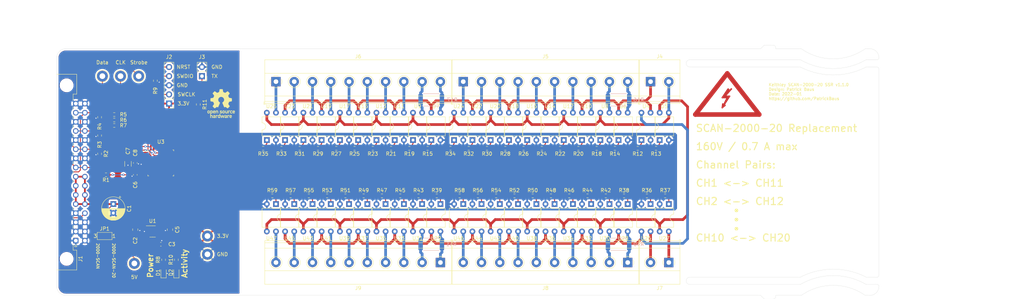
<source format=kicad_pcb>
(kicad_pcb (version 20211014) (generator pcbnew)
  (title_block (title "Keithley SCAN-2000-20 SSR") (date "2022-01-11") (rev "v.1.1.0") (comment 1 "Copyright (©) 2021, Patrick Baus <patrick.baus@physik.tu-darmstadt.de>") (comment 2 "Licensed under CERN OHL v.1.2"))
  (layers (0 "F.Cu" signal) (31 "B.Cu" signal) (34 "B.Paste" user) (35 "F.Paste" user) (36 "B.SilkS" user "B.Silkscreen") (37 "F.SilkS" user "F.Silkscreen") (38 "B.Mask" user) (39 "F.Mask" user) (44 "Edge.Cuts" user))
  (net 0 "")
  (net 1 "GND")
  (net 2 "+5V")
  (net 3 "Net-(C3-Pad1)")
  (net 4 "+3V3")
  (net 5 "/~{NRST}")
  (net 6 "Net-(D1-Pad2)")
  (net 7 "Net-(D2-Pad2)")
  (net 8 "/ID")
  (net 9 "/Microcontroller/SWDIO")
  (net 10 "/Microcontroller/SWCLK")
  (net 11 "Net-(J3-Pad1)")
  (net 12 "/Relays/Input pins/In_LOW")
  (net 13 "/Relays/Input pins/In_HIGH")
  (net 14 "Net-(J5-Pad10)")
  (net 15 "Net-(J5-Pad9)")
  (net 16 "Net-(J5-Pad8)")
  (net 17 "Net-(J5-Pad7)")
  (net 18 "Net-(J5-Pad6)")
  (net 19 "Net-(J5-Pad5)")
  (net 20 "Net-(J5-Pad4)")
  (net 21 "Net-(J5-Pad3)")
  (net 22 "Net-(J5-Pad2)")
  (net 23 "Net-(J5-Pad1)")
  (net 24 "Net-(J6-Pad10)")
  (net 25 "Net-(J6-Pad9)")
  (net 26 "Net-(J6-Pad8)")
  (net 27 "Net-(J6-Pad7)")
  (net 28 "Net-(J6-Pad6)")
  (net 29 "Net-(J6-Pad5)")
  (net 30 "Net-(J6-Pad4)")
  (net 31 "Net-(J6-Pad3)")
  (net 32 "Net-(J6-Pad2)")
  (net 33 "Net-(J6-Pad1)")
  (net 34 "Net-(J8-Pad10)")
  (net 35 "Net-(J8-Pad9)")
  (net 36 "Net-(J8-Pad8)")
  (net 37 "Net-(J8-Pad7)")
  (net 38 "Net-(J8-Pad6)")
  (net 39 "Net-(J8-Pad5)")
  (net 40 "Net-(J8-Pad4)")
  (net 41 "Net-(J8-Pad3)")
  (net 42 "Net-(J8-Pad2)")
  (net 43 "Net-(J8-Pad1)")
  (net 44 "Net-(J9-Pad10)")
  (net 45 "Net-(J9-Pad9)")
  (net 46 "Net-(J9-Pad8)")
  (net 47 "Net-(J9-Pad7)")
  (net 48 "Net-(J9-Pad6)")
  (net 49 "Net-(J9-Pad5)")
  (net 50 "Net-(J9-Pad4)")
  (net 51 "Net-(J9-Pad3)")
  (net 52 "Net-(J9-Pad2)")
  (net 53 "Net-(J9-Pad1)")
  (net 54 "/DATA")
  (net 55 "/STROBE")
  (net 56 "/CLK")
  (net 57 "/Microcontroller/DATA")
  (net 58 "/Microcontroller/CLK")
  (net 59 "/Microcontroller/STROBE")
  (net 60 "/Microcontroller/LED")
  (net 61 "/Microcontroller/TX")
  (net 62 "/Microcontroller/Bus2_input_enable")
  (net 63 "Net-(R12-Pad1)")
  (net 64 "Net-(R13-Pad1)")
  (net 65 "/Microcontroller/CH1")
  (net 66 "Net-(R14-Pad1)")
  (net 67 "/Microcontroller/CH6")
  (net 68 "Net-(R15-Pad1)")
  (net 69 "Net-(R18-Pad1)")
  (net 70 "Net-(R19-Pad1)")
  (net 71 "/Microcontroller/CH2")
  (net 72 "Net-(R20-Pad1)")
  (net 73 "/Microcontroller/CH7")
  (net 74 "Net-(R21-Pad1)")
  (net 75 "Net-(R22-Pad1)")
  (net 76 "Net-(R23-Pad1)")
  (net 77 "/Microcontroller/CH3")
  (net 78 "Net-(R24-Pad1)")
  (net 79 "/Microcontroller/CH8")
  (net 80 "Net-(R25-Pad1)")
  (net 81 "Net-(R26-Pad1)")
  (net 82 "Net-(R27-Pad1)")
  (net 83 "/Microcontroller/CH4")
  (net 84 "Net-(R28-Pad1)")
  (net 85 "/Microcontroller/CH9")
  (net 86 "Net-(R29-Pad1)")
  (net 87 "Net-(R30-Pad1)")
  (net 88 "Net-(R31-Pad1)")
  (net 89 "/Microcontroller/CH5")
  (net 90 "Net-(R32-Pad1)")
  (net 91 "/Microcontroller/CH10")
  (net 92 "Net-(R33-Pad1)")
  (net 93 "Net-(R34-Pad1)")
  (net 94 "Net-(R35-Pad1)")
  (net 95 "/Microcontroller/Bus2_sense_enable")
  (net 96 "Net-(R36-Pad1)")
  (net 97 "Net-(R37-Pad1)")
  (net 98 "/Microcontroller/CH11")
  (net 99 "Net-(R38-Pad1)")
  (net 100 "/Microcontroller/CH16")
  (net 101 "Net-(R39-Pad1)")
  (net 102 "Net-(R42-Pad1)")
  (net 103 "Net-(R43-Pad1)")
  (net 104 "/Microcontroller/CH12")
  (net 105 "Net-(R44-Pad1)")
  (net 106 "/Microcontroller/CH17")
  (net 107 "Net-(R45-Pad1)")
  (net 108 "Net-(R46-Pad1)")
  (net 109 "Net-(R47-Pad1)")
  (net 110 "/Microcontroller/CH13")
  (net 111 "Net-(R48-Pad1)")
  (net 112 "/Microcontroller/CH18")
  (net 113 "Net-(R49-Pad1)")
  (net 114 "Net-(R50-Pad1)")
  (net 115 "Net-(R51-Pad1)")
  (net 116 "/Microcontroller/CH14")
  (net 117 "Net-(R52-Pad1)")
  (net 118 "/Microcontroller/CH19")
  (net 119 "Net-(R53-Pad1)")
  (net 120 "Net-(R54-Pad1)")
  (net 121 "Net-(R55-Pad1)")
  (net 122 "/Microcontroller/CH15")
  (net 123 "Net-(R56-Pad1)")
  (net 124 "/Microcontroller/CH20")
  (net 125 "Net-(R57-Pad1)")
  (net 126 "Net-(R58-Pad1)")
  (net 127 "Net-(R59-Pad1)")
  (net 128 "/Relays/Input pins/Bus_HIGH")
  (net 129 "/Relays/Input pins/Bus_LOW")
  (net 130 "/Relays/Input/Sense pins/Sense_HIGH")
  (net 131 "/Relays/Input/Sense pins/Sense_LOW")
  (net 132 "Net-(C6-Pad1)")
  (footprint "Symbol:Symbol_Highvoltage_Type2_CopperTop_Small" (layer "F.Cu") (at 211.836 62.738)
    (fp_text reference "SYM1" hide)
    (fp_text value "SYM_Flash_Small")
  )
  (footprint "TestPoint:TestPoint_Loop_D2.60mm_Drill1.6mm_Beaded" (layer "F.Cu") (at 67.31 100.33)
    (fp_text reference "TP2" hide)
    (fp_text value "TestPoint")
  )
  (footprint "Custom_footprints_project:TerminalBlock_Phoenix_SMKDSN-1,5-10-5.08_1x10_P5.08mm_Horizontal" (layer "F.Cu") (at 138.43 57.404)
    (fp_text reference "J5")
    (fp_text value "Screw_Terminal_01x10")
  )
  (footprint "Custom_footprints_project:TerminalBlock_Phoenix_SMKDSN-1,5-2-5.08_1x02_P5.08mm_Horizontal" (layer "F.Cu") (at 190.5 57.404)
    (fp_text reference "J4")
    (fp_text value "Screw_Terminal_01x02")
  )
  (footprint "Resistor_SMD:R_0603_1608Metric" (layer "F.Cu") (at 64.77 63.754 -90)
    (fp_text reference "R11")
    (fp_text value "330R")
  )
  (footprint "Resistor_SMD:R_0603_1608Metric" (layer "F.Cu") (at 183.134 89.154 180)
    (fp_text reference "R38")
    (fp_text value "330R")
  )
  (footprint "Package_DIP:DIP-4_W7.62mm" (layer "F.Cu") (at 99.06 73.66 90)
    (fp_text reference "U19")
    (fp_text value "TLP222A")
  )
  (footprint "Resistor_SMD:R_0603_1608Metric" (layer "F.Cu") (at 37.338 67.31 -90)
    (fp_text reference "R4")
    (fp_text value "10k")
  )
  (footprint "Package_DIP:DIP-4_W7.62mm" (layer "F.Cu") (at 168.91 91.44 -90)
    (fp_text reference "U34")
    (fp_text value "TLP222A")
  )
  (footprint "Resistor_SMD:R_0603_1608Metric" (layer "F.Cu") (at 145.034 75.946 180)
    (fp_text reference "R30")
    (fp_text value "330R")
  )
  (footprint "Capacitor_SMD:C_0603_1608Metric" (layer "F.Cu") (at 54.356 102.616)
    (fp_text reference "C3")
    (fp_text value "100n")
  )
  (footprint "TestPoint:TestPoint_Loop_D2.60mm_Drill1.6mm_Beaded" (layer "F.Cu") (at 48.2 55.88)
    (fp_text reference "TP6" hide)
    (fp_text value "TestPoint")
  )
  (footprint "Connector_PinHeader_2.54mm:PinHeader_1x05_P2.54mm_Vertical" (layer "F.Cu") (at 56.642 63.5 180)
    (fp_text reference "J2")
    (fp_text value "Conn_01x05")
  )
  (footprint "Package_DIP:DIP-4_W7.62mm" (layer "F.Cu") (at 101.6 91.44 -90)
    (fp_text reference "U41")
    (fp_text value "TLP222A")
  )
  (footprint "Package_DIP:DIP-4_W7.62mm" (layer "F.Cu") (at 148.59 91.44 -90)
    (fp_text reference "U42")
    (fp_text value "TLP222A")
  )
  (footprint "Resistor_SMD:R_0603_1608Metric" (layer "F.Cu") (at 128.524 75.946 180)
    (fp_text reference "R15")
    (fp_text value "330R")
  )
  (footprint "Package_DIP:DIP-4_W7.62mm" (layer "F.Cu") (at 163.83 91.44 -90)
    (fp_text reference "U36")
    (fp_text value "TLP222A")
  )
  (footprint "Package_DIP:DIP-4_W7.62mm" (layer "F.Cu") (at 127 91.44 -90)
    (fp_text reference "U31")
    (fp_text value "TLP222A")
  )
  (footprint "Resistor_SMD:R_0603_1608Metric" (layer "F.Cu") (at 82.804 75.946 180)
    (fp_text reference "R35")
    (fp_text value "330R")
  )
  (footprint "Package_DIP:DIP-4_W7.62mm" (layer "F.Cu") (at 119.38 73.66 90)
    (fp_text reference "U11")
    (fp_text value "TLP222A")
  )
  (footprint "Package_DIP:DIP-4_W7.62mm" (layer "F.Cu") (at 181.61 73.66 90)
    (fp_text reference "U6")
    (fp_text value "TLP222A")
  )
  (footprint "Package_DIP:DIP-4_W7.62mm" (layer "F.Cu") (at 146.05 73.66 90)
    (fp_text reference "U20")
    (fp_text value "TLP222A")
  )
  (footprint "Package_DIP:DIP-4_W7.62mm" (layer "F.Cu") (at 143.51 91.44 -90)
    (fp_text reference "U44")
    (fp_text value "TLP222A")
  )
  (footprint "Resistor_SMD:R_0603_1608Metric" (layer "F.Cu") (at 152.654 89.154 180)
    (fp_text reference "R52")
    (fp_text value "330R")
  )
  (footprint "Resistor_SMD:R_0603_1608Metric" (layer "F.Cu") (at 87.884 75.946 180)
    (fp_text reference "R33")
    (fp_text value "330R")
  )
  (footprint "Resistor_SMD:R_0603_1608Metric" (layer "F.Cu") (at 131.064 89.154 180)
    (fp_text reference "R39")
    (fp_text value "330R")
  )
  (footprint "Package_DIP:DIP-4_W7.62mm" (layer "F.Cu") (at 166.37 73.66 90)
    (fp_text reference "U12")
    (fp_text value "TLP222A")
  )
  (footprint "Package_DIP:DIP-4_W7.62mm" (layer "F.Cu") (at 187.96 73.66 90)
    (fp_text reference "U4")
    (fp_text value "TLP222A")
  )
  (footprint "Package_DIP:DIP-4_W7.62mm" (layer "F.Cu") (at 114.3 73.66 90)
    (fp_text reference "U13")
    (fp_text value "TLP222A")
  )
  (footprint "Package_DIP:DIP-4_W7.62mm" (layer "F.Cu") (at 176.53 73.66 90)
    (fp_text reference "U8")
    (fp_text value "TLP222A")
  )
  (footprint "Resistor_SMD:R_0603_1608Metric" (layer "F.Cu") (at 103.124 75.946 180)
    (fp_text reference "R27")
    (fp_text value "330R")
  )
  (footprint "Jumper:SolderJumper-3_P1.3mm_Bridged12_Pad1.0x1.5mm_NumberLabels" (layer "F.Cu") (at 38.735 100.33 180)
    (fp_text reference "JP1")
    (fp_text value "SolderJumper_3_Bridged12")
  )
  (footprint "Resistor_SMD:R_0603_1608Metric" (layer "F.Cu") (at 180.594 75.946 180)
    (fp_text reference "R14")
    (fp_text value "330R")
  )
  (footprint "Package_DIP:DIP-4_W7.62mm" (layer "F.Cu") (at 129.54 73.66 90)
    (fp_text reference "U7")
    (fp_text value "TLP222A")
  )
  (footprint "LED_SMD:LED_0603_1608Metric" (layer "F.Cu") (at 55.118 110.49 90)
    (fp_text reference "D1")
    (fp_text value "Green")
  )
  (footprint "Resistor_SMD:R_0603_1608Metric" (layer "F.Cu") (at 120.904 89.154 180)
    (fp_text reference "R45")
    (fp_text value "330R")
  )
  (footprint "Package_DIP:DIP-4_W7.62mm" (layer "F.Cu") (at 151.13 73.66 90)
    (fp_text reference "U18")
    (fp_text value "TLP222A")
  )
  (footprint "Capacitor_SMD:C_0603_1608Metric" (layer "F.Cu") (at 47.244 83.312 -90)
    (fp_text reference "C6")
    (fp_text value "100n")
  )
  (footprint "Resistor_SMD:R_0603_1608Metric" (layer "F.Cu") (at 118.364 75.946 180)
    (fp_text reference "R21")
    (fp_text value "330R")
  )
  (footprint "Capacitor_THT:CP_Radial_D6.3mm_P2.50mm" (layer "F.Cu") (at 41.148 91.44 -90)
    (fp_text reference "C1")
    (fp_text value "10u")
  )
  (footprint "Resistor_SMD:R_0603_1608Metric" (layer "F.Cu") (at 139.954 75.946 180)
    (fp_text reference "R32")
    (fp_text value "330R")
  )
  (footprint "Resistor_SMD:R_0603_1608Metric" (layer "F.Cu") (at 134.874 75.946 180)
    (fp_text reference "R34")
    (fp_text value "330R")
  )
  (footprint "Resistor_SMD:R_0603_1608Metric" (layer "F.Cu") (at 178.054 89.154 180)
    (fp_text reference "R42")
    (fp_text value "330R")
  )
  (footprint "Package_DIP:DIP-4_W7.62mm" (layer "F.Cu") (at 135.89 73.66 90)
    (fp_text reference "U24")
    (fp_text value "TLP222A")
  )
  (footprint "Resistor_SMD:R_0603_1608Metric" (layer "F.Cu") (at 147.574 89.154 180)
    (fp_text reference "R54")
    (fp_text value "330R")
  )
  (footprint "TestPoint:TestPoint_Loop_D2.60mm_Drill1.6mm_Beaded" (layer "F.Cu") (at 43.15 55.88)
    (fp_text reference "TP5" hide)
    (fp_text value "TestPoint")
  )
  (footprint "Resistor_SMD:R_0603_1608Metric" (layer "F.Cu") (at 98.044 75.946 180)
    (fp_text reference "R29")
    (fp_text value "330R")
  )
  (footprint "Resistor_SMD:R_0603_1608Metric" (layer "F.Cu") (at 170.434 75.946 180)
    (fp_text reference "R20")
    (fp_text value "330R")
  )
  (footprint "Package_DIP:DIP-4_W7.62mm" (layer "F.Cu") (at 96.52 91.44 -90)
    (fp_text reference "U43")
    (fp_text value "TLP222A")
  )
  (footprint "Resistor_SMD:R_0603_1608Metric" (layer "F.Cu") (at 167.894 89.154 180)
    (fp_text reference "R46")
    (fp_text value "330R")
  )
  (footprint "Resistor_SMD:R_0603_1608Metric" (layer "F.Cu") (at 123.444 75.946 180)
    (fp_text reference "R19")
    (fp_text value "330R")
  )
  (footprint "Symbol:OSHW-Logo_7.5x8mm_SilkScreen" (layer "F.Cu") (at 71.12 63.5)
    (fp_text reference "LOGO2" hide)
    (fp_text value "Logo_Open_Hardware_Small" hide)
  )
  (footprint "Package_QFP:LQFP-32_7x7mm_P0.8mm" (layer "F.Cu") (at 54.356 80.01)
    (fp_text reference "U3")
    (fp_text value "STM32G070xB")
  )
  (footprint "Resistor_SMD:R_0603_1608Metric" (layer "F.Cu") (at 37.338 72.39 -90)
    (fp_text reference "R3")
    (fp_text value "10k")
  )
  (footprint "Resistor_SMD:R_0603_1608Metric" (layer "F.Cu") (at 172.974 89.154 180)
    (fp_text reference "R44")
    (fp_text value "330R")
  )
  (footprint "Package_DIP:DIP-4_W7.62mm" (layer "F.Cu") (at 83.82 73.66 90)
    (fp_text reference "U25")
    (fp_text value "TLP222A")
  )
  (footprint "Resistor_SMD:R_0603_1608Metric" (layer "F.Cu") (at 194.564 89.154 180)
    (fp_text reference "R37")
    (fp_text value "330R")
  )
  (footprint "Package_DIP:DIP-4_W7.62mm" (layer "F.Cu") (at 104.14 73.66 90)
    (fp_text reference "U17")
    (fp_text value "TLP222A")
  )
  (footprint "Package_DIP:DIP-4_W7.62mm" (layer "F.Cu") (at 171.45 73.66 90)
    (fp_text reference "U10")
    (fp_text value "TLP222A")
  )
  (footprint "Resistor_SMD:R_0603_1608Metric" (layer "F.Cu") (at 108.204 75.946 180)
    (fp_text reference "R25")
    (fp_text value "330R")
  )
  (footprint "Connector_PinHeader_2.54mm:PinHeader_1x02_P2.54mm_Vertical" (layer "F.Cu") (at 65.786 55.88 180)
    (fp_text reference "J3")
    (fp_text value "Conn_01x02")
  )
  (footprint "Resistor_SMD:R_0603_1608Metric" (layer "F.Cu") (at 52.832 57.15 -90)
    (fp_text reference "R9")
    (fp_text value "10k")
  )
  (footprint "Package_DIP:DIP-4_W7.62mm" (layer "F.Cu") (at 158.75 91.44 -90)
    (fp_text reference "U38")
    (fp_text value "TLP222A")
  )
  (footprint "Resistor_SMD:R_0603_1608Metric" (layer "F.Cu") (at 90.424 89.154 180)
    (fp_text reference "R57")
    (fp_text value "330R")
  )
  (footprint "Package_DIP:DIP-4_W7.62mm" (layer "F.Cu") (at 109.22 73.66 90)
    (fp_text reference "U15")
    (fp_text value "TLP222A")
  )
  (footprint "Capacitor_SMD:C_0805_2012Metric" (layer "F.Cu") (at 56.896 98.552 -90)
    (fp_text reference "C5")
    (fp_text value "1u")
  )
  (footprint "Package_DIP:DIP-4_W7.62mm" (layer "F.Cu") (at 193.04 73.66 90)
    (fp_text reference "U5")
    (fp_text value "TLP222A")
  )
  (footprint "Resistor_SMD:R_0603_1608Metric" (layer "F.Cu") (at 37.338 77.47 -90)
    (fp_text reference "R2")
    (fp_text value "10k")
  )
  (footprint "Package_DIP:DIP-4_W7.62mm" (layer "F.Cu") (at 111.76 91.44 -90)
    (fp_text reference "U37")
    (fp_text value "TLP222A")
  )
  (footprint "Resistor_SMD:R_0603_1608Metric" (layer "F.Cu") (at 55.118 106.934 -90)
    (fp_text reference "R8")
    (fp_text value "330R")
  )
  (footprint "Resistor_SMD:R_0603_1608Metric" (layer "F.Cu") (at 113.284 75.946 180)
    (fp_text reference "R23")
    (fp_text value "330R")
  )
  (footprint "Resistor_SMD:R_0603_1608Metric" (layer "F.Cu") (at 100.584 89.154 180)
    (fp_text reference "R53")
    (fp_text value "330R")
  )
  (footprint "Resistor_SMD:R_0603_1608Metric" (layer "F.Cu") (at 192.024 75.946 180)
    (fp_text reference "R13")
    (fp_text value "330R")
  )
  (footprint "Resistor_SMD:R_0603_1608Metric" (layer "F.Cu") (at 150.114 75.946 180)
    (fp_text reference "R28")
    (fp_text value "330R")
  )
  (footprint "Resistor_SMD:R_0603_1608Metric" (layer "F.Cu") (at 41.402 66.548 180)
    (fp_text reference "R5")
    (fp_text value "330R")
  )
  (footprint "Package_DIP:DIP-4_W7.62mm" (layer "F.Cu") (at 140.97 73.66 90)
    (fp_text reference "U22")
    (fp_text value "TLP222A")
  )
  (footprint "Resistor_SMD:R_0603_1608Metric" (layer "F.Cu") (at 175.514 75.946 180)
    (fp_text reference "R18")
    (fp_text value "330R")
  )
  (footprint "Package_DIP:DIP-4_W7.62mm" (layer "F.Cu") (at 121.92 91.44 -90)
    (fp_text reference "U33")
    (fp_text value "TLP222A")
  )
  (footprint "Resistor_SMD:R_0603_1608Metric" (layer "F.Cu") (at 162.814 89.154 180)
    (fp_text reference "R48")
    (fp_text value "330R")
  )
  (footprint "Connector_DIN:DIN41612_B2_2x16_Male_Horizontal_THT" (layer "F.Cu") (at 30.7 101.60508 90)
    (fp_text reference "J1")
    (fp_text value "Conn_02x16_Row_Letter_First")
  )
  (footprint "Package_DIP:DIP-4_W7.62mm" (layer "F.Cu") (at 88.9 73.66 90)
    (fp_text reference "U23")
    (fp_text value "TLP222A")
  )
  (footprint "Package_DIP:DIP-4_W7.62mm" (layer "F.Cu") (at 106.68 91.44 -90)
    (fp_text reference "U39")
    (fp_text value "TLP222A")
  )
  (footprint "Resistor_SMD:R_0603_1608Metric" (layer "F.Cu") (at 85.344 89.154 180)
    (fp_text reference "R59")
    (fp_text value "330R")
  )
  (footprint "Package_DIP:DIP-4_W7.62mm" (layer "F.Cu") (at 86.36 91.44 -90)
    (fp_text reference "U47")
    (fp_text value "TLP222A")
  )
  (footprint "Capacitor_SMD:C_0805_2012Metric" (layer "F.Cu") (at 47.244 98.552 -90)
    (fp_text reference "C2")
    (fp_text value "1u")
  )
  (footprint "Package_DIP:DIP-4_W7.62mm" (layer "F.Cu") (at 138.43 91.44 -90)
    (fp_text reference "U46")
    (fp_text value "TLP222A")
  )
  (footprint "TestPoint:TestPoint_Loop_D2.60mm_Drill1.6mm_Beaded" (layer "F.Cu") (at 46.99 107.95)
    (fp_text reference "TP1" hide)
    (fp_text value "TestPoint")
  )
  (footprint "Capacitor_SMD:C_0603_1608Metric" (layer "F.Cu") (at 47.244 80.01 -90)
    (fp_text reference "C8")
    (fp_text value "100n")
  )
  (footprint "Custom_footprints_project:TerminalBlock_Phoenix_SMKDSN-1,5-2-5.08_1x02_P5.08mm_Horizontal" (layer "F.Cu") (at 195.58 107.696 180)
    (fp_text reference "J7")
    (fp_text value "Screw_Terminal_01x02")
  )
  (footprint "Custom_footprints_project:TerminalBlock_Phoenix_SMKDSN-1,5-10-5.08_1x10_P5.08mm_Horizontal" (layer "F.Cu") (at 132.08 107.696 180)
    (fp_text reference "J9")
    (fp_text value "Screw_Terminal_01x10")
  )
  (footprint "Capacitor_SMD:C_1206_3216Metric" (layer "F.Cu") (at 45.212 80.264 -90)
    (fp_text reference "C7")
    (fp_text value "4.7u")
  )
  (footprint "TestPoint:TestPoint_Loop_D2.60mm_Drill1.6mm_Beaded" (layer "F.Cu") (at 67.31 105.41)
    (fp_text reference "TP3" hide)
    (fp_text value "TestPoint")
  )
  (footprint "Package_DIP:DIP-4_W7.62mm" (layer "F.Cu") (at 156.21 73.66 90)
    (fp_text reference "U16")
    (fp_text value "TLP222A")
  )
  (footprint "Package_DIP:DIP-4_W7.62mm" (layer "F.Cu") (at 116.84 91.44 -90)
    (fp_text reference "U35")
    (fp_text value "TLP222A")
  )
  (footprint "Package_DIP:DIP-4_W7.62mm" (layer "F.Cu") (at 124.46 73.66 90)
    (fp_text reference "U9")
    (fp_text value "TLP222A")
  )
  (footprint "Resistor_SMD:R_0603_1608Metric" (layer "F.Cu") (at 137.414 89.154 180)
    (fp_text reference "R58")
    (fp_text value "330R")
  )
  (footprint "LED_SMD:LED_0603_1608Metric" (layer "F.Cu") (at 58.674 110.49 90)
    (fp_text reference "D2")
    (fp_text value "Green")
  )
  (footprint "Resistor_SMD:R_0603_1608Metric" (layer "F.Cu") (at 41.402 68.072 180)
    (fp_text reference "R6")
    (fp_text value "330R")
  )
  (footprint "Resistor_SMD:R_0603_1608Metric" (layer "F.Cu") (at 142.494 89.154 180)
    (fp_text reference "R56")
    (fp_text value "330R")
  )
  (footprint "Resistor_SMD:R_0603_1608Metric" (layer "F.Cu") (at 95.504 89.154 180)
    (fp_text reference "R55")
    (fp_text value "330R")
  )
  (footprint "Package_DIP:DIP-4_W7.62mm" (layer "F.Cu") (at 93.98 73.66 90)
    (fp_text reference "U21")
    (fp_text value "TLP222A")
  )
  (footprint "Resistor_SMD:R_0603_1608Metric" (layer "F.Cu") (at 105.664 89.154 180)
    (fp_text reference "R51")
    (fp_text value "330R")
  )
  (footprint "Resistor_SMD:R_0603_1608Metric" (layer "F.Cu") (at 92.964 75.946 180)
    (fp_text reference "R31")
    (fp_text value "330R")
  )
  (footprint "Package_DIP:DIP-4_W7.62mm" (layer "F.Cu") (at 184.15 91.44 -90)
    (fp_text reference "U28")
    (fp_text value "TLP222A")
  )
  (footprint "Package_DIP:DIP-4_W7.62mm" (layer "F.Cu") (at 132.08 91.44 -90)
    (fp_text reference "U29")
    (fp_text value "TLP222A")
  )
  (footprint "Resistor_SMD:R_0603_1608Metric" (layer "F.Cu") (at 110.744 89.154 180)
    (fp_text reference "R49")
    (fp_text value "330R")
  )
  (footprint "Package_DIP:DIP-4_W7.62mm" (layer "F.Cu") (at 153.67 91.44 -90)
    (fp_text reference "U40")
    (fp_text value "TLP222A")
  )
  (footprint "Resistor_SMD:R_0603_1608Metric" (layer "F.Cu") (at 125.984 89.154 180)
    (fp_text reference "R43")
    (fp_text value "330R")
  )
  (footprint "Package_TO_SOT_SMD:SOT-23-5" (layer "F.Cu") (at 52.07 99.06)
    (fp_text reference "U1")
    (fp_text value "TPS73233DBVR")
  )
  (footprint "Package_DIP:DIP-4_W7.62mm" (layer "F.Cu") (at 91.44 91.44 -90)
    (fp_text reference "U45")
    (fp_text value "TLP222A")
  )
  (footprint "Resistor_SMD:R_0603_1608Metric" (layer "F.Cu") (at 115.824 89.154 180)
    (fp_text reference "R47")
    (fp_text value "330R")
  )
  (footprint "Package_DIP:DIP-4_W7.62mm" (layer "F.Cu") (at 161.29 73.66 90)
    (fp_text reference "U14")
    (fp_text value "TLP222A")
  )
  (footprint "Package_DIP:DIP-4_W7.62mm" (layer "F.Cu") (at 190.5 91.44 -90)
    (fp_text reference "U26")
    (fp_text value "TLP3558A")
  )
  (footprint "Resistor_SMD:R_0603_1608Metric" (layer "F.Cu") (at 155.194 75.946 180)
    (fp_text reference "R26")
    (fp_text value "330R")
  )
  (footprint "Package_DIP:DIP-4_W7.62mm" (layer "F.Cu") (at 173.99 91.44 -90)
    (fp_text reference "U32")
    (fp_text value "TLP222A")
  )
  (footprint "Resistor_SMD:R_0603_1608Metric" (layer "F.Cu") (at 189.484 89.154 180)
    (fp_text reference "R36")
    (fp_text value "330R")
  )
  (footprint "Package_DIP:DIP-4_W7.62mm" (layer "F.Cu") (at 179.07 91.44 -90)
    (fp_text reference "U30")
    (fp_text value "TLP222A")
  )
  (footprint "Resistor_SMD:R_0603_1608Metric" (layer "F.Cu") (at 157.734 89.154 180)
    (fp_text reference "R50")
    (fp_text value "330R")
  )
  (footprint "Resistor_SMD:R_0603_1608Metric" (layer "F.Cu") (at 186.944 75.946 180)
    (fp_text reference "R12")
    (fp_text value "330R")
  )
  (footprint "Resistor_SMD:R_0603_1608Metric" (layer "F.Cu") (at 58.674 106.934 -90)
    (fp_text reference "R10")
    (fp_text value "330R")
  )
  (footprint "Resistor_SMD:R_0603_1608Metric" (layer "F.Cu") (at 160.274 75.946 180)
    (fp_text reference "R24")
    (fp_text value "330R")
  )
  (footprint "Resistor_SMD:R_0603_1608Metric" (layer "F.Cu") (at 41.402 69.596 180)
    (fp_text reference "R7")
    (fp_text value "330R")
  )
  (footprint "Resistor_SMD:R_0603_1608Metric" (layer "F.Cu") (at 165.354 75.946 180)
    (fp_text reference "R22")
    (fp_text value "330R")
  )
  (footprint "Custom_footprints_project:TerminalBlock_Phoenix_SMKDSN-1,5-10-5.08_1x10_P5.08mm_Horizontal" (layer "F.Cu") (at 184.15 107.696 180)
    (fp_text reference "J8")
    (fp_text value "Screw_Terminal_01x10")
  )
  (footprint "TestPoint:TestPoint_Loop_D2.60mm_Drill1.6mm_Beaded" (layer "F.Cu") (at 38.1 55.88)
    (fp_text reference "TP4" hide)
    (fp_text value "TestPoint")
  )
  (footprint "Package_DIP:DIP-4_W7.62mm" (layer "F.Cu") (at 195.58 91.44 -90)
    (fp_text reference "U27")
    (fp_text value "TLP3558A")
  )
  (footprint "Custom_footprints_project:TerminalBlock_Phoenix_SMKDSN-1,5-10-5.08_1x10_P5.08mm_Horizontal" (layer "F.Cu") (at 86.36 57.404)
    (fp_text reference "J6")
    (fp_text value "Screw_Terminal_01x10")
  )
  (footprint "Resistor_SMD:R_0603_1608Metric" (layer "F.Cu") (at 39.116 83.312 180)
    (fp_text reference "R1")
    (fp_text value "330R")
  )
  (footprint "Resistor_SMD:R_2512_6332Metric" (layer "B.Cu") (at 181.61 102.616)
    (fp_text reference "R40")
    (fp_text value "2m")
  )
  (footprint "Resistor_SMD:R_2512_6332Metric" (layer "B.Cu") (at 129.54 102.616)
    (fp_text reference "R41")
    (fp_text value "2m")
  )
  (footprint "Resistor_SMD:R_2512_6332Metric" (layer "B.Cu") (at 181.61 62.484)
    (fp_text reference "R16")
    (fp_text value "2m")
  )
  (footprint "Resistor_SMD:R_2512_6332Metric" (layer "B.Cu") (at 129.54 62.484)
    (fp_text reference "R17")
    (fp_text value "2m")
  )
  (gr_circle (center 214.376 93.218) (end 214.63 93.218) (layer "F.SilkS") (width 0.508) (fill none))
  (gr_circle (center 214.376 98.298) (end 214.63 98.298) (layer "F.SilkS") (width 0.508) (fill none))
  (gr_circle (center 214.376 95.758) (end 214.63 95.758) (layer "F.SilkS") (width 0.508) (fill none))
  (gr_line (start 222.123 47.244) (end 224.536 47.244) (layer "Edge.Cuts") (width 0.05))
  (gr_line (start 27.94 48.26) (end 221.107 48.26) (layer "Edge.Cuts") (width 0.05))
  (gr_line (start 250.192516 48.261761) (end 251.462516 48.261761) (layer "Edge.Cuts") (width 0.05))
  (gr_arc (start 27.94 116.84) (mid 26.143949 116.096051) (end 25.4 114.3) (layer "Edge.Cuts") (width 0.05))
  (gr_line (start 225.298 48.26) (end 225.298 48.006) (layer "Edge.Cuts") (width 0.05))
  (gr_line (start 221.107 48.26) (end 222.123 47.244) (layer "Edge.Cuts") (width 0.05))
  (gr_arc (start 201.422 113.792) (mid 200.406 112.776) (end 201.422 111.76) (layer "Edge.Cuts") (width 0.05))
  (gr_line (start 250.444 113.792) (end 253.492 113.792) (layer "Edge.Cuts") (width 0.05))
  (gr_arc (start 224.536 47.244) (mid 225.074815 47.467185) (end 225.298 48.006) (layer "Edge.Cuts") (width 0.05))
  (gr_arc (start 253.492 113.792) (mid 253.85059 113.940171) (end 253.999997 114.298248) (layer "Edge.Cuts") (width 0.05))
  (gr_line (start 254 111.252) (end 254 53.848) (layer "Edge.Cuts") (width 0.05))
  (gr_line (start 250.444 53.34) (end 253.492 53.34) (layer "Edge.Cuts") (width 0.05))
  (gr_line (start 25.4 114.3) (end 25.4 50.8) (layer "Edge.Cuts") (width 0.05))
  (gr_arc (start 253.999997 50.801752) (mid 253.85059 51.159829) (end 253.492 51.308) (layer "Edge.Cuts") (width 0.05))
  (gr_line (start 250.444 51.308) (end 253.492 51.308) (layer "Edge.Cuts") (width 0.05))
  (gr_arc (start 232.41 116.84) (mid 241.3 114.037674) (end 250.19 116.84) (layer "Edge.Cuts") (width 0.05))
  (gr_arc (start 250.444 51.308) (mid 241.3 53.770224) (end 232.156 51.308) (layer "Edge.Cuts") (width 0.05))
  (gr_arc (start 251.462516 48.261761) (mid 253.257657 49.005876) (end 253.999997 50.801752) (layer "Edge.Cuts") (width 0.05))
  (gr_line (start 27.94 116.84) (end 221.1166 116.84) (layer "Edge.Cuts") (width 0.05))
  (gr_line (start 225.298 116.84) (end 232.41 116.84) (layer "Edge.Cuts") (width 0.05))
  (gr_arc (start 201.422 53.34) (mid 200.406 52.324) (end 201.422 51.308) (layer "Edge.Cuts") (width 0.05))
  (gr_line (start 222.123 117.856) (end 224.536 117.856) (layer "Edge.Cuts") (width 0.05))
  (gr_line (start 201.422 51.308) (end 232.156 51.308) (layer "Edge.Cuts") (width 0.05))
  (gr_arc (start 253.999997 114.298248) (mid 253.256669 116.095431) (end 251.46 116.84) (layer "Edge.Cuts") (width 0.05))
  (gr_line (start 201.422 111.76) (end 232.156 111.76) (layer "Edge.Cuts") (width 0.05))
  (gr_arc (start 250.192516 48.261761) (mid 241.30098 51.064087) (end 232.41 48.26) (layer "Edge.Cuts") (width 0.05))
  (gr_line (start 250.19 116.84) (end 251.46 116.84) (layer "Edge.Cuts") (width 0.05))
  (gr_arc (start 25.4 50.8) (mid 26.143949 49.003949) (end 27.94 48.26) (layer "Edge.Cuts") (width 0.05))
  (gr_arc (start 254 111.252) (mid 253.85121 111.61121) (end 253.492 111.76) (layer "Edge.Cuts") (width 0.05))
  (gr_arc (start 253.492 53.34) (mid 253.85121 53.48879) (end 254 53.848) (layer "Edge.Cuts") (width 0.05))
  (gr_arc (start 232.156 111.76) (mid 241.3 109.546473) (end 250.444 111.76) (layer "Edge.Cuts") (width 0.05))
  (gr_arc (start 250.444 53.34) (mid 241.3 55.553527) (end 232.156 53.34) (layer "Edge.Cuts") (width 0.05))
  (gr_line (start 225.298 117.094) (end 225.298 116.84) (layer "Edge.Cuts") (width 0.05))
  (gr_line (start 250.444 111.76) (end 253.492 111.76) (layer "Edge.Cuts") (width 0.05))
  (gr_line (start 201.422 113.792) (end 232.156 113.792) (layer "Edge.Cuts") (width 0.05))
  (gr_line (start 225.298 48.26) (end 232.41 48.26) (layer "Edge.Cuts") (width 0.05))
  (gr_line (start 201.422 53.34) (end 232.156 53.34) (layer "Edge.Cuts") (width 0.05))
  (gr_arc (start 225.298 117.094) (mid 225.074815 117.632815) (end 224.536 117.856) (layer "Edge.Cuts") (width 0.05))
  (gr_arc (start 232.156 113.792) (mid 241.3 111.329776) (end 250.444 113.792) (layer "Edge.Cuts") (width 0.05))
  (gr_line (start 221.1166 116.84) (end 222.123 117.856) (layer "Edge.Cuts") (width 0.05))
  (gr_text "Keithley SCAN-2000-20 SSR v1.1.0\nDesign: Patrick Baus\nDate: 2022-01\nhttps://github.com/PatrickBaus" (at 223.266 60.198) (layer "F.SilkS") (effects (font (size 0.8 0.8)) (justify left)))
  (gr_text "CH2 <-> CH12" (at 202.946 90.678) (layer "F.SilkS") (effects (font (size 2 2) (thickness 0.3)) (justify left)))
  (gr_text "SCAN-2000-20 Replacement" (at 202.946 70.358) (layer "F.SilkS") (effects (font (size 2 2) (thickness 0.3)) (justify left)))
  (gr_text "CH1 <-> CH11" (at 202.946 85.598) (layer "F.SilkS") (effects (font (size 2 2) (thickness 0.3)) (justify left)))
  (gr_text "2000-SCAN-20" (at 41.275 102.235 270) (layer "F.SilkS") (effects (font (size 0.8 0.8)) (justify left)))
  (gr_text "Data" (at 38.1 52.07) (layer "F.SilkS") (effects (font (size 1 1))))
  (gr_text "Activity" (at 60.96 107.95 90) (layer "F.SilkS") (effects (font (size 1.5 1.5) (thickness 0.3))))
  (gr_text "160V / 0.7 A max" (at 202.946 75.438) (layer "F.SilkS") (effects (font (size 2 2) (thickness 0.3)) (justify left)))
  (gr_text "CLK" (at 43.18 52.07) (layer "F.SilkS") (effects (font (size 1 1))))
  (gr_text "3.3V" (at 69.85 100.33) (layer "F.SilkS") (effects (font (size 1 1)) (justify left)))
  (gr_text "GND" (at 68.326 53.34) (layer "F.SilkS") (effects (font (size 1 1)) (justify left)))
  (gr_text "5V" (at 46.99 111.76) (layer "F.SilkS") (effects (font (size 1 1))))
  (gr_text "GND" (at 69.85 105.41) (layer "F.SilkS") (effects (font (size 1 1)) (justify left)))
  (gr_text "TX" (at 68.326 55.88) (layer "F.SilkS") (effects (font (size 1 1)) (justify left)))
  (gr_text "2000-SCAN" (at 36.83 102.235 -90) (layer "F.SilkS") (effects (font (size 0.8 0.8)) (justify left)))
  (gr_text "Channel Pairs:" (at 202.946 80.518) (layer "F.SilkS") (effects (font (size 2 2) (thickness 0.3)) (justify left)))
  (gr_text "CH10 <-> CH20" (at 202.946 100.838) (layer "F.SilkS") (effects (font (size 2 2) (thickness 0.3)) (justify left)))
  (gr_text "Power" (at 51.435 108.585 90) (layer "F.SilkS") (effects (font (size 1.5 1.5) (thickness 0.3))))
  (gr_text "Strobe" (at 48.26 52.07) (layer "F.SilkS") (effects (font (size 1 1))))
  (gr_text "GND" (at 58.674 58.42) (layer "F.SilkS") (effects (font (size 1 1)) (justify left)))
  (gr_text "SWDIO" (at 58.674 55.88) (layer "F.SilkS") (effects (font (size 1 1)) (justify left)))
  (gr_text "SWCLK" (at 58.928 60.96) (layer "F.SilkS") (effects (font (size 1 1)) (justify left)))
  (gr_text "NRST" (at 58.674 53.34) (layer "F.SilkS") (effects (font (size 1 1)) (justify left)))
  (gr_text "3.3V" (at 58.928 63.5) (layer "F.SilkS") (effects (font (size 1 1)) (justify left)))
  (segment (start 47.244 99.502) (end 47.818 99.502) (width 0.5) (layer "F.Cu") (net 1))
  (segment (start 45.212 81.739) (end 45.212 80.645) (width 0.25) (layer "F.Cu") (net 1))
  (segment (start 37.338 73.215) (end 36.893 73.215) (width 0.25) (layer "F.Cu") (net 1))
  (segment (start 47.244 84.087) (end 46.749 84.087) (width 0.25) (layer "F.Cu") (net 1))
  (segment (start 36.893 68.135) (end 37.338 68.135) (width 0.25) (layer "F.Cu") (net 1))
  (segment (start 55.131 102.121) (end 54.61 101.6) (width 0.25) (layer "F.Cu") (net 1))
  (segment (start 46.749 84.087) (end 46.355 83.693) (width 0.25) (layer "F.Cu") (net 1))
  (segment (start 50.97 99.06) (end 49.784 99.06) (width 0.5) (layer "F.Cu") (net 1))
  (segment (start 58.1915 111.2775) (end 57.658 110.744) (width 0.25) (layer "F.Cu") (net 1))
  (segment (start 58.674 111.2775) (end 58.1915 111.2775) (width 0.25) (layer "F.Cu") (net 1))
  (segment (start 36.322 77.724) (end 36.893 78.295) (width 0.25) (layer "F.Cu") (net 1))
  (segment (start 55.6005 111.2775) (end 56.134 110.744) (width 0.25) (layer "F.Cu") (net 1))
  (segment (start 55.118 111.2775) (end 55.6005 111.2775) (width 0.25) (layer "F.Cu") (net 1))
  (segment (start 56.322 99.502) (end 55.626 98.806) (width 0.5) (layer "F.Cu") (net 1))
  (segment (start 36.893 78.295) (end 37.338 78.295) (width 0.25) (layer "F.Cu") (net 1))
  (segment (start 48.895 80.391) (end 50.162 80.391) (width 0.25) (layer "F.Cu") (net 1))
  (segment (start 36.893 73.215) (end 36.322 72.644) (width 0.25) (layer "F.Cu") (net 1))
  (segment (start 50.162 80.391) (end 50.181 80.41) (width 0.25) (layer "F.Cu") (net 1))
  (segment (start 47.818 99.502) (end 48.514 98.806) (width 0.5) (layer "F.Cu") (net 1))
  (segment (start 36.322 67.564) (end 36.893 68.135) (width 0.25) (layer "F.Cu") (net 1))
  (segment (start 47.612 80.785) (end 48.133 80.264) (width 0.25) (layer "F.Cu") (net 1))
  (segment (start 56.896 99.502) (end 56.322 99.502) (width 0.5) (layer "F.Cu") (net 1))
  (segment (start 47.244 80.785) (end 47.612 80.785) (width 0.25) (layer "F.Cu") (net 1))
  (segment (start 55.131 102.616) (end 55.131 102.121) (width 0.25) (layer "F.Cu") (net 1))
  (segment (start 53.485 57.975) (end 53.9 57.56) (width 0.25) (layer "F.Cu") (net 1))
  (segment (start 52.832 57.975) (end 53.485 57.975) (width 0.25) (layer "F.Cu") (net 1))
  (via (at 48.895 80.391) (size 0.6) (drill 0.3) (layers "F.Cu" "B.Cu") (net 1))
  (via (at 49.784 99.06) (size 0.6) (drill 0.3) (layers "F.Cu" "B.Cu") (net 1))
  (via (at 55.626 98.806) (size 0.6) (drill 0.3) (layers "F.Cu" "B.Cu") (net 1))
  (via (at 48.514 98.806) (size 0.6) (drill 0.3) (layers "F.Cu" "B.Cu") (net 1))
  (via (at 57.658 110.744) (size 0.6) (drill 0.3) (layers "F.Cu" "B.Cu") (net 1))
  (via (at 36.322 67.564) (size 0.6) (drill 0.3) (layers "F.Cu" "B.Cu") (net 1))
  (via (at 54.61 101.6) (size 0.6) (drill 0.3) (layers "F.Cu" "B.Cu") (net 1))
  (via (at 56.134 110.744) (size 0.6) (drill 0.3) (layers "F.Cu" "B.Cu") (net 1))
  (via (at 36.322 72.644) (size 0.6) (drill 0.3) (layers "F.Cu" "B.Cu") (net 1))
  (via (at 46.355 83.693) (size 0.6) (drill 0.3) (layers "F.Cu" "B.Cu") (net 1))
  (via (at 36.322 77.724) (size 0.6) (drill 0.3) (layers "F.Cu" "B.Cu") (net 1))
  (via (at 48.133 80.264) (size 0.6) (drill 0.3) (layers "F.Cu" "B.Cu") (net 1))
  (via (at 45.212 80.645) (size 0.6) (drill 0.3) (layers "F.Cu" "B.Cu") (net 1))
  (via (at 53.9 57.56) (size 0.6) (drill 0.3) (layers "F.Cu" "B.Cu") (net 1))
  (segment (start 33.24 83.82508) (end 33.24 86.36508) (width 0.5) (layer "F.Cu") (net 2))
  (segment (start 41.148 91.44) (end 43.942 91.44) (width 0.5) (layer "F.Cu") (net 2))
  (segment (start 41.14292 91.44508) (end 41.148 91.44) (width 0.5) (layer "F.Cu") (net 2))
  (segment (start 37.435 95.153) (end 41.148 91.44) (width 0.25) (layer "F.Cu") (net 2))
  (segment (start 52.07 99.568) (end 52.07 98.552) (width 0.5) (layer "F.Cu") (net 2))
  (segment (start 33.24 86.36508) (end 33.24 88.90508) (width 0.5) (layer "F.Cu") (net 2))
  (segment (start 30.7 83.82508) (end 33.24 83.82508) (width 0.5) (layer "F.Cu") (net 2))
  (segment (start 46.162 97.602) (end 47.244 97.602) (width 0.25) (layer "F.Cu") (net 2))
  (segment (start 47.244 94.742) (end 47.244 97.602) (width 0.5) (layer "F.Cu") (net 2))
  (segment (start 46.99 107.95) (end 46.99 106.426) (width 0.25) (layer "F.Cu") (net 2))
  (segment (start 30.7 91.44508) (end 30.7 88.90508) (width 0.5) (layer "F.Cu") (net 2))
  (segment (start 30.7 86.36508) (end 30.7 88.90508) (width 0.5) (layer "F.Cu") (net 2))
  (segment (start 46.99 106.426) (end 45.466 104.902) (width 0.25) (layer "F.Cu") (net 2))
  (segment (start 30.7 83.82508) (end 30.7 86.36508) (width 0.5) (layer "F.Cu") (net 2))
  (segment (start 50.97 100.01) (end 51.628 100.01) (width 0.5) (layer "F.Cu") (net 2))
  (segment (start 37.435 100.33) (end 37.435 95.153) (width 0.25) (layer "F.Cu") (net 2))
  (segment (start 43.942 91.44) (end 47.244 94.742) (width 0.5) (layer "F.Cu") (net 2))
  (segment (start 45.466 104.902) (end 45.466 98.298) (width 0.25) (layer "F.Cu") (net 2))
  (segment (start 49.85 98.11) (end 49.342 97.602) (width 0.5) (layer "F.Cu") (net 2))
  (segment (start 51.628 100.01) (end 52.07 99.568) (width 0.5) (layer "F.Cu") (net 2))
  (segment (start 33.24 91.44508) (end 41.14292 91.44508) (width 0.5) (layer "F.Cu") (net 2))
  (segment (start 33.24 91.44508) (end 33.24 88.90508) (width 0.5) (layer "F.Cu") (net 2))
  (segment (start 52.07 98.552) (end 51.628 98.11) (width 0.5) (layer "F.Cu") (net 2))
  (segment (start 30.7 91.44508) (end 33.24 91.44508) (width 0.5) (layer "F.Cu") (net 2))
  (segment (start 51.628 98.11) (end 50.97 98.11) (width 0.5) (layer "F.Cu") (net 2))
  (segment (start 49.342 97.602) (end 47.244 97.602) (width 0.5) (layer "F.Cu") (net 2))
  (segment (start 45.466 98.298) (end 46.162 97.602) (width 0.25) (layer "F.Cu") (net 2))
  (segment (start 50.97 98.11) (end 49.85 98.11) (width 0.5) (layer "F.Cu") (net 2))
  (segment (start 53.581 101.333) (end 53.581 102.616) (width 0.25) (layer "F.Cu") (net 3))
  (segment (start 53.17 100.01) (end 53.17 100.922) (width 0.25) (layer "F.Cu") (net 3))
  (segment (start 53.17 100.922) (end 53.581 101.333) (width 0.25) (layer "F.Cu") (net 3))
  (segment (start 46.596 79.235) (end 47.244 79.235) (width 0.5) (layer "F.Cu") (net 4))
  (segment (start 46.15 78.789) (end 46.596 79.235) (width 0.5) (layer "F.Cu") (net 4))
  (segment (start 48.622 79.61) (end 48.247 79.235) (width 0.25) (layer "F.Cu") (net 4))
  (segment (start 57.724 97.602) (end 56.896 97.602) (width 0.25) (layer "F.Cu") (net 4))
  (segment (start 55.052 97.602) (end 56.896 97.602) (width 0.5) (layer "F.Cu") (net 4))
  (segment (start 55.118 106.109) (end 55.118 105.41) (width 0.25) (layer "F.Cu") (net 4))
  (segment (start 54.544 98.11) (end 55.052 97.602) (width 0.5) (layer "F.Cu") (net 4))
  (segment (start 48.247 79.235) (end 47.244 79.235) (width 0.25) (layer "F.Cu") (net 4))
  (segment (start 58.166 102.362) (end 58.166 98.044) (width 0.25) (layer "F.Cu") (net 4))
  (segment (start 58.166 98.044) (end 57.724 97.602) (width 0.25) (layer "F.Cu") (net 4))
  (segment (start 55.118 105.41) (end 58.166 102.362) (width 0.25) (layer "F.Cu") (net 4))
  (segment (start 53.17 98.11) (end 54.544 98.11) (width 0.5) (layer "F.Cu") (net 4))
  (segment (start 50.181 79.61) (end 48.622 79.61) (width 0.25) (layer "F.Cu") (net 4))
  (segment (start 45.212 78.789) (end 46.15 78.789) (width 0.5) (layer "F.Cu") (net 4))
  (segment (start 36.852 83.312) (end 38.291 83.312) (width 0.25) (layer "F.Cu") (net 5))
  (segment (start 37.084 52.832) (end 28.702 61.214) (width 0.25) (layer "F.Cu") (net 5))
  (segment (start 56.642 53.34) (end 51.08 53.34) (width 0.25) (layer "F.Cu") (net 5))
  (segment (start 51.08 53.34) (end 50.572 52.832) (width 0.25) (layer "F.Cu") (net 5))
  (segment (start 34.82508 81.28508) (end 36.852 83.312) (width 0.25) (layer "F.Cu") (net 5))
  (segment (start 28.702 79.28708) (end 30.7 81.28508) (width 0.25) (layer "F.Cu") (net 5))
  (segment (start 28.702 61.214) (end 28.702 79.28708) (width 0.25) (layer "F.Cu") (net 5))
  (segment (start 50.572 52.832) (end 37.084 52.832) (width 0.25) (layer "F.Cu") (net 5))
  (segment (start 33.24 81.28508) (end 34.82508 81.28508) (width 0.25) (layer "F.Cu") (net 5))
  (segment (start 30.7 81.28508) (end 33.24 81.28508) (width 0.25) (layer "B.Cu") (net 5))
  (segment (start 55.118 109.7025) (end 55.118 107.759) (width 0.25) (layer "F.Cu") (net 6))
  (segment (start 58.674 107.759) (end 58.674 109.7025) (width 0.25) (layer "F.Cu") (net 7))
  (segment (start 29.845 95.25) (end 31.97508 95.25) (width 0.25) (layer "F.Cu") (net 8))
  (segment (start 31.97508 95.25) (end 33.24 93.98508) (width 0.25) (layer "F.Cu") (net 8))
  (segment (start 30.48 104.14) (end 29.21 102.87) (width 0.25) (layer "F.Cu") (net 8))
  (segment (start 38.735 100.33) (end 38.735 102.87) (width 0.25) (layer "F.Cu") (net 8))
  (segment (start 37.465 104.14) (end 30.48 104.14) (width 0.25) (layer "F.Cu") (net 8))
  (segment (start 29.21 102.87) (end 29.21 95.885) (width 0.25) (layer "F.Cu") (net 8))
  (segment (start 29.21 95.885) (end 29.845 95.25) (width 0.25) (layer "F.Cu") (net 8))
  (segment (start 38.735 102.87) (end 37.465 104.14) (width 0.25) (layer "F.Cu") (net 8))
  (segment (start 52.578 77.978) (end 56.896 77.978) (width 0.25) (layer "F.Cu") (net 9))
  (segment (start 57.664 77.21) (end 58.531 77.21) (width 0.25) (layer "F.Cu") (net 9))
  (segment (start 56.896 77.978) (end 57.664 77.21) (width 0.25) (layer "F.Cu") (net 9))
  (segment (start 51.943 77.343) (end 52.578 77.978) (width 0.25) (layer "F.Cu") (net 9))
  (segment (start 47.4 66.96) (end 47.4 75.06) (width 0.25) (layer "F.Cu") (net 9))
  (segment (start 51.535 56.325) (end 51.05 56.81) (width 0.25) (layer "F.Cu") (net 9))
  (segment (start 47.4 75.06) (end 48.794 76.454) (width 0.25) (layer "F.Cu") (net 9))
  (segment (start 54.38 55.88) (end 56.642 55.88) (width 0.25) (layer "F.Cu") (net 9))
  (segment (start 51.05 63.31) (end 51.05 56.81) (width 0.25) (layer "F.Cu") (net 9))
  (segment (start 48.794 76.454) (end 50.038 76.454) (width 0.25) (layer "F.Cu") (net 9))
  (segment (start 52.832 56.325) (end 51.535 56.325) (width 0.25) (layer "F.Cu") (net 9))
  (segment (start 47.4 66.96) (end 51.05 63.31) (width 0.25) (layer "F.Cu") (net 9))
  (segment (start 53.935 56.325) (end 54.38 55.88) (width 0.25) (layer "F.Cu") (net 9))
  (segment (start 52.832 56.325) (end 53.935 56.325) (width 0.25) (layer "F.Cu") (net 9))
  (via (at 50.038 76.454) (size 0.6) (drill 0.3) (layers "F.Cu" "B.Cu") (net 9))
  (via (at 51.943 77.343) (size 0.6) (drill 0.3) (layers "F.Cu" "B.Cu") (net 9))
  (segment (start 51.054 76.454) (end 50.038 76.454) (width 0.25) (layer "B.Cu") (net 9))
  (segment (start 51.943 77.343) (end 51.054 76.454) (width 0.25) (layer "B.Cu") (net 9))
  (segment (start 57.156 76.956) (end 57.156 75.835) (width 0.25) (layer "F.Cu") (net 10))
  (segment (start 56.896 77.216) (end 57.156 76.956) (width 0.25) (layer "F.Cu") (net 10))
  (segment (start 52.832 77.216) (end 56.896 77.216) (width 0.25) (layer "F.Cu") (net 10))
  (segment (start 48.768 75.438) (end 50.038 75.438) (width 0.25) (layer "F.Cu") (net 10))
  (segment (start 54.3 60.96) (end 47.9 67.36) (width 0.25) (layer "F.Cu") (net 10))
  (segment (start 47.9 74.57) (end 48.768 75.438) (width 0.25) (layer "F.Cu") (net 10))
  (segment (start 56.642 60.96) (end 54.3 60.96) (width 0.25) (layer "F.Cu") (net 10))
  (segment (start 47.9 67.36) (end 47.9 74.57) (width 0.25) (layer "F.Cu") (net 10))
  (via (at 50.038 75.438) (size 0.6) (drill 0.3) (layers "F.Cu" "B.Cu") (net 10))
  (via (at 52.832 77.216) (size 0.6) (drill 0.3) (layers "F.Cu" "B.Cu") (net 10))
  (segment (start 51.054 75.438) (end 51.562 75.946) (width 0.25) (layer "B.Cu") (net 10))
  (segment (start 51.562 75.946) (end 52.832 77.216) (width 0.25) (layer "B.Cu") (net 10))
  (segment (start 50.038 75.438) (end 51.054 75.438) (width 0.25) (layer "B.Cu") (net 10))
  (segment (start 65.786 60.274) (end 64.77 61.29) (width 0.25) (layer "F.Cu") (net 11))
  (segment (start 64.77 61.29) (end 64.77 62.929) (width 0.25) (layer "F.Cu") (net 11))
  (segment (start 65.786 55.88) (end 65.786 60.274) (width 0.25) (layer "F.Cu") (net 11))
  (segment (start 167.64 69.342) (end 166.37 68.072) (width 0.75) (layer "F.Cu") (net 12))
  (segment (start 157.48 69.342) (end 156.21 68.072) (width 0.75) (layer "F.Cu") (net 12))
  (segment (start 92.71 69.342) (end 85.09 69.342) (width 0.75) (layer "F.Cu") (net 12))
  (segment (start 123.19 69.342) (end 115.57 69.342) (width 0.75) (layer "F.Cu") (net 12))
  (segment (start 93.98 68.072) (end 92.71 69.342) (width 0.75) (layer "F.Cu") (net 12))
  (segment (start 124.46 68.072) (end 124.46 66.04) (width 0.75) (layer "F.Cu") (net 12))
  (segment (start 114.3 68.072) (end 114.3 66.04) (width 0.75) (layer "F.Cu") (net 12))
  (segment (start 85.09 69.342) (end 83.82 68.072) (width 0.75) (layer "F.Cu") (net 12))
  (segment (start 125.73 69.342) (end 134.62 69.342) (width 0.75) (layer "F.Cu") (net 12))
  (segment (start 93.98 68.072) (end 93.98 66.04) (width 0.75) (layer "F.Cu") (net 12))
  (segment (start 135.89 68.072) (end 134.62 69.342) (width 0.75) (layer "F.Cu") (net 12))
  (segment (start 95.25 69.342) (end 93.98 68.072) (width 0.75) (layer "F.Cu") (net 12))
  (segment (start 166.37 68.072) (end 165.1 69.342) (width 0.75) (layer "F.Cu") (net 12))
  (segment (start 125.73 69.342) (end 124.46 68.072) (width 0.75) (layer "F.Cu") (net 12))
  (segment (start 115.57 69.342) (end 114.3 68.072) (width 0.75) (layer "F.Cu") (net 12))
  (segment (start 166.37 68.072) (end 166.37 66.04) (width 0.75) (layer "F.Cu") (net 12))
  (segment (start 113.03 69.342) (end 105.41 69.342) (width 0.75) (layer "F.Cu") (net 12))
  (segment (start 146.05 68.072) (end 146.05 66.04) (width 0.75) (layer "F.Cu") (net 12))
  (segment (start 154.94 69.342) (end 147.32 69.342) (width 0.75) (layer "F.Cu") (net 12))
  (segment (start 193.802 69.342) (end 177.8 69.342) (width 0.75) (layer "F.Cu") (net 12))
  (segment (start 147.32 69.342) (end 146.05 68.072) (width 0.75) (layer "F.Cu") (net 12))
  (segment (start 135.89 68.072) (end 135.89 66.04) (width 0.75) (layer "F.Cu") (net 12))
  (segment (start 177.8 69.342) (end 176.53 68.072) (width 0.75) (layer "F.Cu") (net 12))
  (segment (start 156.21 68.072) (end 156.21 66.04) (width 0.75) (layer "F.Cu") (net 12))
  (segment (start 105.41 69.342) (end 104.14 68.072) (width 0.75) (layer "F.Cu") (net 12))
  (segment (start 146.05 68.072) (end 144.78 69.342) (width 0.75) (layer "F.Cu") (net 12))
  (segment (start 156.21 68.072) (end 154.94 69.342) (width 0.75) (layer "F.Cu") (net 12))
  (segment (start 114.3 68.072) (end 113.03 69.342) (width 0.75) (layer "F.Cu") (net 12))
  (segment (start 104.14 68.072) (end 102.87 69.342) (width 0.75) (layer "F.Cu") (net 12))
  (segment (start 83.82 68.072) (end 83.82 66.04) (width 0.75) (layer "F.Cu") (net 12))
  (segment (start 137.16 69.342) (end 135.89 68.072) (width 0.75) (layer "F.Cu") (net 12))
  (segment (start 104.14 68.072) (end 104.14 66.04) (width 0.75) (layer "F.Cu") (net 12))
  (segment (start 165.1 69.342) (end 157.48 69.342) (width 0.75) (layer "F.Cu") (net 12))
  (segment (start 144.78 69.342) (end 137.16 69.342) (width 0.75) (layer "F.Cu") (net 12))
  (segment (start 195.58 67.564) (end 193.802 69.342) (width 0.75) (layer "F.Cu") (net 12))
  (segment (start 195.58 66.04) (end 195.58 67.564) (width 0.75) (layer "F.Cu") (net 12))
  (segment (start 175.26 69.342) (end 167.64 69.342) (width 0.75) (layer "F.Cu") (net 12))
  (segment (start 102.87 69.342) (end 95.25 69.342) (width 0.75) (layer "F.Cu") (net 12))
  (segment (start 124.46 68.072) (end 123.19 69.342) (width 0.75) (layer "F.Cu") (net 12))
  (segment (start 176.53 68.072) (end 176.53 66.04) (width 0.75) (layer "F.Cu") (net 12))
  (segment (start 176.53 68.072) (end 175.26 69.342) (width 0.75) (layer "F.Cu") (net 12))
  (segment (start 195.58 66.04) (end 195.58 57.404) (width 0.75) (layer "B.Cu") (net 12))
  (segment (start 120.65 62.738) (end 119.38 64.008) (width 0.75) (layer "F.Cu") (net 13))
  (segment (start 149.86 62.738) (end 142.24 62.738) (width 0.75) (layer "F.Cu") (net 13))
  (segment (start 130.81 62.738) (end 139.7 62.738) (width 0.75) (layer "F.Cu") (net 13))
  (segment (start 118.11 62.738) (end 110.49 62.738) (width 0.75) (layer "F.Cu") (net 13))
  (segment (start 129.54 64.008) (end 129.54 66.04) (width 0.75) (layer "F.Cu") (net 13))
  (segment (start 190.5 61.468) (end 189.23 62.738) (width 0.75) (layer "F.Cu") (net 13))
  (segment (start 182.88 62.738) (end 181.61 64.008) (width 0.75) (layer "F.Cu") (net 13))
  (segment (start 170.18 62.738) (end 162.56 62.738) (width 0.75) (layer "F.Cu") (net 13))
  (segment (start 109.22 64.008) (end 109.22 66.04) (width 0.75) (layer "F.Cu") (net 13))
  (segment (start 172.72 62.738) (end 171.45 64.008) (width 0.75) (layer "F.Cu") (net 13))
  (segment (start 128.27 62.738) (end 120.65 62.738) (width 0.75) (layer "F.Cu") (net 13))
  (segment (start 130.81 62.738) (end 129.54 64.008) (width 0.75) (layer "F.Cu") (net 13))
  (segment (start 110.49 62.738) (end 109.22 64.008) (width 0.75) (layer "F.Cu") (net 13))
  (segment (start 181.61 64.008) (end 180.34 62.738) (width 0.75) (layer "F.Cu") (net 13))
  (segment (start 119.38 64.008) (end 119.38 66.04) (width 0.75) (layer "F.Cu") (net 13))
  (segment (start 161.29 64.008) (end 160.02 62.738) (width 0.75) (layer "F.Cu") (net 13))
  (segment (start 162.56 62.738) (end 161.29 64.008) (width 0.75) (layer "F.Cu") (net 13))
  (segment (start 171.45 64.008) (end 170.18 62.738) (width 0.75) (layer "F.Cu") (net 13))
  (segment (start 100.33 62.738) (end 99.06 64.008) (width 0.75) (layer "F.Cu") (net 13))
  (segment (start 90.17 62.738) (end 88.9 64.008) (width 0.75) (layer "F.Cu") (net 13))
  (segment (start 171.45 64.008) (end 171.45 66.04) (width 0.75) (layer "F.Cu") (net 13))
  (segment (start 180.34 62.738) (end 172.72 62.738) (width 0.75) (layer "F.Cu") (net 13))
  (segment (start 88.9 64.008) (end 88.9 66.04) (width 0.75) (layer "F.Cu") (net 13))
  (segment (start 181.61 64.008) (end 181.61 66.04) (width 0.75) (layer "F.Cu") (net 13))
  (segment (start 119.38 64.008) (end 118.11 62.738) (width 0.75) (layer "F.Cu") (net 13))
  (segment (start 151.13 64.008) (end 149.86 62.738) (width 0.75) (layer "F.Cu") (net 13))
  (segment (start 140.97 64.008) (end 140.97 66.04) (width 0.75) (layer "F.Cu") (net 13))
  (segment (start 99.06 64.008) (end 97.79 62.738) (width 0.75) (layer "F.Cu") (net 13))
  (segment (start 140.97 64.008) (end 139.7 62.738) (width 0.75) (layer "F.Cu") (net 13))
  (segment (start 152.4 62.738) (end 151.13 64.008) (width 0.75) (layer "F.Cu") (net 13))
  (segment (start 151.13 64.008) (end 151.13 66.04) (width 0.75) (layer "F.Cu") (net 13))
  (segment (start 129.54 64.008) (end 128.27 62.738) (width 0.75) (layer "F.Cu") (net 13))
  (segment (start 97.79 62.738) (end 90.17 62.738) (width 0.75) (layer "F.Cu") (net 13))
  (segment (start 107.95 62.738) (end 100.33 62.738) (width 0.75) (layer "F.Cu") (net 13))
  (segment (start 190.5 64.008) (end 189.23 62.738) (width 0.75) (layer "F.Cu") (net 13))
  (segment (start 161.29 64.008) (end 161.29 66.04) (width 0.75) (layer "F.Cu") (net 13))
  (segment (start 109.22 64.008) (end 107.95 62.738) (width 0.75) (layer "F.Cu") (net 13))
  (segment (start 190.5 66.04) (end 190.5 64.008) (width 0.75) (layer "F.Cu") (net 13))
  (segment (start 160.02 62.738) (end 152.4 62.738) (width 0.75) (layer "F.Cu") (net 13))
  (segment (start 99.06 64.008) (end 99.06 66.04) (width 0.75) (layer "F.Cu") (net 13))
  (segment (start 142.24 62.738) (end 140.97 64.008) (width 0.75) (layer "F.Cu") (net 13))
  (segment (start 189.23 62.738) (end 182.88 62.738) (width 0.75) (layer "F.Cu") (net 13))
  (segment (start 190.5 61.468) (end 190.5 57.404) (width 0.75) (layer "F.Cu") (net 13))
  (segment (start 184.15 60.071) (end 184.5725 60.4935) (width 0.75) (layer "B.Cu") (net 14))
  (segment (start 184.15 64.643) (end 184.15 66.04) (width 0.75) (layer "B.Cu") (net 14))
  (segment (start 184.5725 64.2205) (end 184.15 64.643) (width 0.75) (layer "B.Cu") (net 14))
  (segment (start 184.5725 62.484) (end 184.5725 64.2205) (width 0.75) (layer "B.Cu") (net 14))
  (segment (start 184.5725 60.4935) (end 184.5725 62.484) (width 0.75) (layer "B.Cu") (net 14))
  (segment (start 184.15 60.071) (end 184.15 57.404) (width 0.75) (layer "B.Cu") (net 14))
  (segment (start 179.07 64.643) (end 179.07 66.04) (width 0.75) (layer "B.Cu") (net 15))
  (segment (start 179.07 60.071) (end 178.6475 60.4935) (width 0.75) (layer "B.Cu") (net 15))
  (segment (start 178.6475 64.2205) (end 179.07 64.643) (width 0.75) (layer "B.Cu") (net 15))
  (segment (start 178.6475 60.4935) (end 178.6475 62.484) (width 0.75) (layer "B.Cu") (net 15))
  (segment (start 178.6475 62.484) (end 178.6475 64.2205) (width 0.75) (layer "B.Cu") (net 15))
  (segment (start 179.07 60.071) (end 179.07 57.404) (width 0.75) (layer "B.Cu") (net 15))
  (segment (start 173.99 66.04) (end 173.99 57.404) (width 0.75) (layer "B.Cu") (net 16))
  (segment (start 168.91 66.04) (end 168.91 57.404) (width 0.75) (layer "B.Cu") (net 17))
  (segment (start 163.83 66.04) (end 163.83 57.404) (width 0.75) (layer "B.Cu") (net 18))
  (segment (start 158.75 66.04) (end 158.75 57.404) (width 0.75) (layer "B.Cu") (net 19))
  (segment (start 153.67 66.04) (end 153.67 57.404) (width 0.75) (layer "B.Cu") (net 20))
  (segment (start 148.59 66.04) (end 148.59 57.404) (width 0.75) (layer "B.Cu") (net 21))
  (segment (start 143.51 66.04) (end 143.51 57.404) (width 0.75) (layer "B.Cu") (net 22))
  (segment (start 138.43 66.04) (end 138.43 57.404) (width 0.75) (layer "B.Cu") (net 23))
  (segment (start 132.5025 64.2205) (end 132.08 64.643) (width 0.75) (layer "B.Cu") (net 24))
  (segment (start 132.08 60.071) (end 132.5025 60.4935) (width 0.75) (layer "B.Cu") (net 24))
  (segment (start 132.5025 62.484) (end 132.5025 64.2205) (width 0.75) (layer "B.Cu") (net 24))
  (segment (start 132.08 64.643) (end 132.08 66.04) (width 0.75) (layer "B.Cu") (net 24))
  (segment (start 132.5025 60.4935) (end 132.5025 62.484) (width 0.75) (layer "B.Cu") (net 24))
  (segment (start 132.08 60.071) (end 132.08 57.404) (width 0.75) (layer "B.Cu") (net 24))
  (segment (start 127 64.643) (end 127 66.04) (width 0.75) (layer "B.Cu") (net 25))
  (segment (start 126.5775 64.2205) (end 127 64.643) (width 0.75) (layer "B.Cu") (net 25))
  (segment (start 126.5775 62.484) (end 126.5775 64.2205) (width 0.75) (layer "B.Cu") (net 25))
  (segment (start 126.5775 60.4935) (end 126.5775 62.484) (width 0.75) (layer "B.Cu") (net 25))
  (segment (start 127 60.071) (end 126.5775 60.4935) (width 0.75) (layer "B.Cu") (net 25))
  (segment (start 127 60.071) (end 127 57.404) (width 0.75) (layer "B.Cu") (net 25))
  (segment (start 121.92 66.04) (end 121.92 57.404) (width 0.75) (layer "B.Cu") (net 26))
  (segment (start 116.84 66.04) (end 116.84 57.404) (width 0.75) (layer "B.Cu") (net 27))
  (segment (start 111.76 66.04) (end 111.76 57.404) (width 0.75) (layer "B.Cu") (net 28))
  (segment (start 106.68 66.04) (end 106.68 57.404) (width 0.75) (layer "B.Cu") (net 29))
  (segment (start 101.6 66.04) (end 101.6 57.404) (width 0.75) (layer "B.Cu") (net 30))
  (segment (start 96.52 66.04) (end 96.52 57.404) (width 0.75) (layer "B.Cu") (net 31))
  (segment (start 91.44 66.04) (end 91.44 57.404) (width 0.75) (layer "B.Cu") (net 32))
  (segment (start 86.36 66.04) (end 86.36 57.404) (width 0.75) (layer "B.Cu") (net 33))
  (segment (start 138.43 99.06) (end 138.43 107.696) (width 0.75) (layer "B.Cu") (net 34))
  (segment (start 143.51 99.06) (end 143.51 107.696) (width 0.75) (layer "B.Cu") (net 35))
  (segment (start 148.59 99.06) (end 148.59 107.696) (width 0.75) (layer "B.Cu") (net 36))
  (segment (start 153.67 99.06) (end 153.67 107.696) (width 0.75) (layer "B.Cu") (net 37))
  (segment (start 158.75 99.06) (end 158.75 107.696) (width 0.75) (layer "B.Cu") (net 38))
  (segment (start 163.83 99.06) (end 163.83 107.696) (width 0.75) (layer "B.Cu") (net 39))
  (segment (start 168.91 99.06) (end 168.91 107.696) (width 0.75) (layer "B.Cu") (net 40))
  (segment (start 173.99 99.06) (end 173.99 107.696) (width 0.75) (layer "B.Cu") (net 41))
  (segment (start 178.6475 101.0065) (end 178.6475 104.7335) (width 0.75) (layer "B.Cu") (net 42))
  (segment (start 179.07 100.584) (end 178.6475 101.0065) (width 0.75) (layer "B.Cu") (net 42))
  (segment (start 179.07 98.933) (end 179.07 100.584) (width 0.75) (layer "B.Cu") (net 42))
  (segment (start 178.6475 104.7335) (end 179.07 105.156) (width 0.75) (layer "B.Cu") (net 42))
  (segment (start 179.07 105.156) (end 179.07 107.696) (width 0.75) (layer "B.Cu") (net 42))
  (segment (start 184.5725 104.7335) (end 184.15 105.156) (width 0.75) (layer "B.Cu") (net 43))
  (segment (start 184.15 100.584) (end 184.5725 101.0065) (width 0.75) (layer "B.Cu") (net 43))
  (segment (start 184.5725 101.0065) (end 184.5725 104.7335) (width 0.75) (layer "B.Cu") (net 43))
  (segment (start 184.15 98.933) (end 184.15 100.584) (width 0.75) (layer "B.Cu") (net 43))
  (segment (start 184.15 105.156) (end 184.15 107.696) (width 0.75) (layer "B.Cu") (net 43))
  (segment (start 86.36 99.06) (end 86.36 107.696) (width 0.75) (layer "B.Cu") (net 44))
  (segment (start 91.44 99.06) (end 91.44 107.696) (width 0.75) (layer "B.Cu") (net 45))
  (segment (start 96.52 99.06) (end 96.52 107.696) (width 0.75) (layer "B.Cu") (net 46))
  (segment (start 101.6 99.06) (end 101.6 107.696) (width 0.75) (layer "B.Cu") (net 47))
  (segment (start 106.68 99.06) (end 106.68 107.696) (width 0.75) (layer "B.Cu") (net 48))
  (segment (start 111.76 107.696) (end 111.76 99.06) (width 0.75) (layer "B.Cu") (net 49))
  (segment (start 116.84 99.06) (end 116.84 107.696) (width 0.75) (layer "B.Cu") (net 50))
  (segment (start 121.92 99.06) (end 121.92 107.696) (width 0.75) (layer "B.Cu") (net 51))
  (segment (start 127 100.711) (end 126.5775 101.1335) (width 0.75) (layer "B.Cu") (net 52))
  (segment (start 127 99.06) (end 127 100.711) (width 0.75) (layer "B.Cu") (net 52))
  (segment (start 126.5775 104.8605) (end 127 105.283) (width 0.75) (layer "B.Cu") (net 52))
  (segment (start 126.5775 101.1335) (end 126.5775 104.8605) (width 0.75) (layer "B.Cu") (net 52))
  (segment (start 127 105.283) (end 127 107.696) (width 0.75) (layer "B.Cu") (net 52))
  (segment (start 132.08 99.06) (end 132.08 100.711) (width 0.75) (layer "B.Cu") (net 53))
  (segment (start 132.5025 101.1335) (end 132.5025 104.8605) (width 0.75) (layer "B.Cu") (net 53))
  (segment (start 132.08 100.711) (end 132.5025 101.1335) (width 0.75) (layer "B.Cu") (net 53))
  (segment (start 132.5025 104.8605) (end 132.08 105.283) (width 0.75) (layer "B.Cu") (net 53))
  (segment (start 132.08 105.283) (end 132.08 107.696) (width 0.75) (layer "B.Cu") (net 53))
  (segment (start 38.1 61.976) (end 37.338 62.738) (width 0.25) (layer "F.Cu") (net 54))
  (segment (start 33.24 66.04508) (end 34.80308 66.04508) (width 0.25) (layer "F.Cu") (net 54))
  (segment (start 31.9786 67.30648) (end 33.24 66.04508) (width 0.25) (layer "F.Cu") (net 54))
  (segment (start 38.672 66.485) (end 38.735 66.548) (width 0.25) (layer "F.Cu") (net 54))
  (segment (start 38.1 55.88) (end 38.1 61.976) (width 0.25) (layer "F.Cu") (net 54))
  (segment (start 34.80308 66.04508) (end 35.243 66.485) (width 0.25) (layer "F.Cu") (net 54))
  (segment (start 37.338 62.738) (end 37.338 66.485) (width 0.25) (layer "F.Cu") (net 54))
  (segment (start 38.1 104.775) (end 29.845 104.775) (width 0.25) (layer "F.Cu") (net 54))
  (segment (start 29.845 104.775) (end 28.575 103.505) (width 0.25) (layer "F.Cu") (net 54))
  (segment (start 37.338 66.485) (end 38.672 66.485) (width 0.25) (layer "F.Cu") (net 54))
  (segment (start 31.9786 82.0039) (end 31.9786 67.30648) (width 0.25) (layer "F.Cu") (net 54))
  (segment (start 38.735 66.548) (end 40.577 66.548) (width 0.25) (layer "F.Cu") (net 54))
  (segment (start 28.575 83.693) (end 29.7815 82.4865) (width 0.25) (layer "F.Cu") (net 54))
  (segment (start 35.243 66.485) (end 37.338 66.485) (width 0.25) (layer "F.Cu") (net 54))
  (segment (start 40.035 102.84) (end 38.1 104.775) (width 0.25) (layer "F.Cu") (net 54))
  (segment (start 31.496 82.4865) (end 31.9786 82.0039) (width 0.25) (layer "F.Cu") (net 54))
  (segment (start 40.035 100.33) (end 40.035 102.84) (width 0.25) (layer "F.Cu") (net 54))
  (segment (start 29.7815 82.4865) (end 31.496 82.4865) (width 0.25) (layer "F.Cu") (net 54))
  (segment (start 28.575 103.505) (end 28.575 83.693) (width 0.25) (layer "F.Cu") (net 54))
  (segment (start 30.7 66.04508) (end 33.24 66.04508) (width 0.25) (layer "B.Cu") (net 54))
  (segment (start 37.338 74.93) (end 37.338 76.645) (width 0.25) (layer "F.Cu") (net 55))
  (segment (start 45.66 53.34) (end 37.338 53.34) (width 0.25) (layer "F.Cu") (net 55))
  (segment (start 33.24 76.20508) (end 35.31108 76.20508) (width 0.25) (layer "F.Cu") (net 55))
  (segment (start 29.21 74.71508) (end 30.7 76.20508) (width 0.25) (layer "F.Cu") (net 55))
  (segment (start 40.577 69.596) (end 39.878 69.596) (width 0.25) (layer "F.Cu") (net 55))
  (segment (start 29.21 61.468) (end 29.21 74.71508) (width 0.25) (layer "F.Cu") (net 55))
  (segment (start 39.878 69.596) (end 39.116 70.358) (width 0.25) (layer "F.Cu") (net 55))
  (segment (start 38.862 73.406) (end 37.338 74.93) (width 0.25) (layer "F.Cu") (net 55))
  (segment (start 35.31108 76.20508) (end 35.751 76.645) (width 0.25) (layer "F.Cu") (net 55))
  (segment (start 39.116 70.358) (end 39.116 71.628) (width 0.25) (layer "F.Cu") (net 55))
  (segment (start 38.862 71.882) (end 38.862 73.406) (width 0.25) (layer "F.Cu") (net 55))
  (segment (start 35.751 76.645) (end 37.338 76.645) (width 0.25) (layer "F.Cu") (net 55))
  (segment (start 39.116 71.628) (end 38.862 71.882) (width 0.25) (layer "F.Cu") (net 55))
  (segment (start 48.2 55.88) (end 45.66 53.34) (width 0.25) (layer "F.Cu") (net 55))
  (segment (start 37.338 53.34) (end 29.21 61.468) (width 0.25) (layer "F.Cu") (net 55))
  (segment (start 30.7 76.20508) (end 33.24 76.20508) (width 0.25) (layer "B.Cu") (net 55))
  (segment (start 38.608 71.247) (end 38.608 69.088) (width 0.25) (layer "F.Cu") (net 56))
  (segment (start 38.608 69.088) (end 39.624 68.072) (width 0.25) (layer "F.Cu") (net 56))
  (segment (start 35.18408 71.12508) (end 35.624 71.565) (width 0.25) (layer "F.Cu") (net 56))
  (segment (start 41.402 61.214) (end 43.15 59.466) (width 0.25) (layer "F.Cu") (net 56))
  (segment (start 35.624 71.565) (end 37.338 71.565) (width 0.25) (layer "F.Cu") (net 56))
  (segment (start 40.577 68.072) (end 41.148 68.072) (width 0.25) (layer "F.Cu") (net 56))
  (segment (start 39.624 68.072) (end 40.577 68.072) (width 0.25) (layer "F.Cu") (net 56))
  (segment (start 37.338 71.565) (end 38.29 71.565) (width 0.25) (layer "F.Cu") (net 56))
  (segment (start 41.148 68.072) (end 41.402 67.818) (width 0.25) (layer "F.Cu") (net 56))
  (segment (start 38.29 71.565) (end 38.608 71.247) (width 0.25) (layer "F.Cu") (net 56))
  (segment (start 43.15 59.466) (end 43.15 55.88) (width 0.25) (layer "F.Cu") (net 56))
  (segment (start 33.24 71.12508) (end 35.18408 71.12508) (width 0.25) (layer "F.Cu") (net 56))
  (segment (start 41.402 67.818) (end 41.402 61.214) (width 0.25) (layer "F.Cu") (net 56))
  (segment (start 30.7 71.12508) (end 33.24 71.12508) (width 0.25) (layer "B.Cu") (net 56))
  (segment (start 44.76207 67.72207) (end 43.588 66.548) (width 0.25) (layer "F.Cu") (net 57))
  (segment (start 44.76207 73.46407) (end 44.76207 67.72207) (width 0.25) (layer "F.Cu") (net 57))
  (segment (start 43.588 66.548) (end 42.227 66.548) (width 0.25) (layer "F.Cu") (net 57))
  (segment (start 50.181 77.21) (end 48.508 77.21) (width 0.25) (layer "F.Cu") (net 57))
  (segment (start 48.508 77.21) (end 44.76207 73.46407) (width 0.25) (layer "F.Cu") (net 57))
  (segment (start 48.546 78.01) (end 48.546 78.006) (width 0.25) (layer "F.Cu") (net 58))
  (segment (start 44.227594 69.077304) (end 43.22229 68.072) (width 0.25) (layer "F.Cu") (net 58))
  (segment (start 48.546 78.006) (end 44.227594 73.687594) (width 0.25) (layer "F.Cu") (net 58))
  (segment (start 43.22229 68.072) (end 42.227 68.072) (width 0.25) (layer "F.Cu") (net 58))
  (segment (start 44.227594 73.687594) (end 44.227594 69.077304) (width 0.25) (layer "F.Cu") (net 58))
  (segment (start 50.181 78.01) (end 48.546 78.01) (width 0.25) (layer "F.Cu") (net 58))
  (segment (start 48.584 78.81) (end 43.710359 73.936359) (width 0.25) (layer "F.Cu") (net 59))
  (segment (start 43.153223 69.596) (end 42.227 69.596) (width 0.25) (layer "F.Cu") (net 59))
  (segment (start 43.710359 70.153136) (end 43.153223 69.596) (width 0.25) (layer "F.Cu") (net 59))
  (segment (start 43.710359 73.936359) (end 43.710359 70.153136) (width 0.25) (layer "F.Cu") (net 59))
  (segment (start 50.181 78.81) (end 48.584 78.81) (width 0.25) (layer "F.Cu") (net 59))
  (segment (start 48.895 83.555) (end 48.895 82.931) (width 0.25) (layer "F.Cu") (net 60))
  (segment (start 58.674 93.334) (end 48.895 83.555) (width 0.25) (layer "F.Cu") (net 60))
  (segment (start 58.674 106.109) (end 58.674 93.334) (width 0.25) (layer "F.Cu") (net 60))
  (segment (start 48.895 82.931) (end 49.016 82.81) (width 0.25) (layer "F.Cu") (net 60))
  (segment (start 49.016 82.81) (end 50.181 82.81) (width 0.25) (layer "F.Cu") (net 60))
  (segment (start 51.308 76.962) (end 50.8 76.454) (width 0.15) (layer "F.Cu") (net 61))
  (segment (start 50.8 76.454) (end 50.8 76.2) (width 0.15) (layer "F.Cu") (net 61))
  (segment (start 51.308 77.668) (end 51.606 77.966) (width 0.25) (layer "F.Cu") (net 61))
  (segment (start 51.086 82.01) (end 50.181 82.01) (width 0.25) (layer "F.Cu") (net 61))
  (segment (start 60.150005 64.579) (end 50.8 73.929005) (width 0.25) (layer "F.Cu") (net 61))
  (segment (start 50.8 76.2) (end 50.8 73.929005) (width 0.25) (layer "F.Cu") (net 61))
  (segment (start 51.606 77.966) (end 51.606 81.49) (width 0.25) (layer "F.Cu") (net 61))
  (segment (start 51.308 76.962) (end 51.308 77.668) (width 0.25) (layer "F.Cu") (net 61))
  (segment (start 64.77 64.579) (end 60.150005 64.579) (width 0.25) (layer "F.Cu") (net 61))
  (segment (start 51.606 81.49) (end 51.086 82.01) (width 0.25) (layer "F.Cu") (net 61))
  (segment (start 191.199 75.946) (end 191.199 76.834) (width 0.25) (layer "F.Cu") (net 62))
  (segment (start 191.199 76.834) (end 190.817 77.216) (width 0.25) (layer "F.Cu") (net 62))
  (segment (start 186.182 77.216) (end 186.119 77.153) (width 0.25) (layer "F.Cu") (net 62))
  (segment (start 186.119 77.153) (end 186.119 75.946) (width 0.25) (layer "F.Cu") (net 62))
  (segment (start 190.817 77.216) (end 186.182 77.216) (width 0.25) (layer "F.Cu") (net 62))
  (segment (start 58.531 80.41) (end 63.002462 80.41) (width 0.25) (layer "F.Cu") (net 62))
  (segment (start 63.002462 80.41) (end 64.888462 82.296) (width 0.25) (layer "F.Cu") (net 62))
  (segment (start 64.888462 82.296) (end 180.976 82.296) (width 0.25) (layer "F.Cu") (net 62))
  (segment (start 180.976 82.296) (end 186.119 77.153) (width 0.25) (layer "F.Cu") (net 62))
  (segment (start 187.769 74.867) (end 187.769 75.946) (width 0.25) (layer "F.Cu") (net 63))
  (segment (start 187.96 73.66) (end 187.96 74.676) (width 0.25) (layer "F.Cu") (net 63))
  (segment (start 187.96 74.676) (end 187.769 74.867) (width 0.25) (layer "F.Cu") (net 63))
  (segment (start 192.849 74.867) (end 192.849 75.946) (width 0.25) (layer "F.Cu") (net 64))
  (segment (start 193.04 73.66) (end 193.04 74.676) (width 0.25) (layer "F.Cu") (net 64))
  (segment (start 193.04 74.676) (end 192.849 74.867) (width 0.25) (layer "F.Cu") (net 64))
  (segment (start 179.769 75.946) (end 179.769 76.834) (width 0.25) (layer "F.Cu") (net 65))
  (segment (start 174.689 77.153) (end 174.689 75.946) (width 0.25) (layer "F.Cu") (net 65))
  (segment (start 179.769 76.834) (end 179.387 77.216) (width 0.25) (layer "F.Cu") (net 65))
  (segment (start 174.752 77.216) (end 174.689 77.153) (width 0.25) (layer "F.Cu") (net 65))
  (segment (start 179.387 77.216) (end 174.752 77.216) (width 0.25) (layer "F.Cu") (net 65))
  (segment (start 65.100453 81.788) (end 170.054 81.788) (width 0.25) (layer "F.Cu") (net 65))
  (segment (start 62.922453 79.61) (end 65.100453 81.788) (width 0.25) (layer "F.Cu") (net 65))
  (segment (start 170.054 81.788) (end 174.689 77.153) (width 0.25) (layer "F.Cu") (net 65))
  (segment (start 58.531 79.61) (end 62.922453 79.61) (width 0.25) (layer "F.Cu") (net 65))
  (segment (start 181.419 74.867) (end 181.419 75.946) (width 0.25) (layer "F.Cu") (net 66))
  (segment (start 181.61 73.66) (end 181.61 74.676) (width 0.25) (layer "F.Cu") (net 66))
  (segment (start 181.61 74.676) (end 181.419 74.867) (width 0.25) (layer "F.Cu") (net 66))
  (segment (start 127.699 76.834) (end 127.317 77.216) (width 0.25) (layer "F.Cu") (net 67))
  (segment (start 122.682 77.216) (end 122.619 77.153) (width 0.25) (layer "F.Cu") (net 67))
  (segment (start 122.619 75.946) (end 122.619 77.153) (width 0.25) (layer "F.Cu") (net 67))
  (segment (start 127.699 75.946) (end 127.699 76.834) (width 0.25) (layer "F.Cu") (net 67))
  (segment (start 127.317 77.216) (end 122.682 77.216) (width 0.25) (layer "F.Cu") (net 67))
  (segment (start 54.756 75.835) (end 54.756 74.204) (width 0.25) (layer "F.Cu") (net 67))
  (segment (start 59.648964 72.96) (end 65.936964 79.248) (width 0.25) (layer "F.Cu") (net 67))
  (segment (start 120.524 79.248) (end 122.619 77.153) (width 0.25) (layer "F.Cu") (net 67))
  (segment (start 56 72.96) (end 59.648964 72.96) (width 0.25) (layer "F.Cu") (net 67))
  (segment (start 65.936964 79.248) (end 120.524 79.248) (width 0.25) (layer "F.Cu") (net 67))
  (segment (start 54.756 74.204) (end 56 72.96) (width 0.25) (layer "F.Cu") (net 67))
  (segment (start 129.54 74.676) (end 129.349 74.867) (width 0.25) (layer "F.Cu") (net 68))
  (segment (start 129.54 73.66) (end 129.54 74.676) (width 0.25) (layer "F.Cu") (net 68))
  (segment (start 129.349 74.867) (end 129.349 75.946) (width 0.25) (layer "F.Cu") (net 68))
  (segment (start 176.339 74.867) (end 176.339 75.946) (width 0.25) (layer "F.Cu") (net 69))
  (segment (start 176.53 74.676) (end 176.339 74.867) (width 0.25) (layer "F.Cu") (net 69))
  (segment (start 176.53 73.66) (end 176.53 74.676) (width 0.25) (layer "F.Cu") (net 69))
  (segment (start 124.46 73.66) (end 124.46 74.676) (width 0.25) (layer "F.Cu") (net 70))
  (segment (start 124.46 74.676) (end 124.269 74.867) (width 0.25) (layer "F.Cu") (net 70))
  (segment (start 124.269 74.867) (end 124.269 75.946) (width 0.25) (layer "F.Cu") (net 70))
  (segment (start 169.227 77.216) (end 164.592 77.216) (width 0.25) (layer "F.Cu") (net 71))
  (segment (start 164.592 77.216) (end 164.529 77.153) (width 0.25) (layer "F.Cu") (net 71))
  (segment (start 169.609 76.834) (end 169.227 77.216) (width 0.25) (layer "F.Cu") (net 71))
  (segment (start 169.609 75.946) (end 169.609 76.834) (width 0.25) (layer "F.Cu") (net 71))
  (segment (start 164.529 77.153) (end 164.529 75.946) (width 0.25) (layer "F.Cu") (net 71))
  (segment (start 65.287617 81.28) (end 160.402 81.28) (width 0.25) (layer "F.Cu") (net 71))
  (segment (start 62.817617 78.81) (end 65.287617 81.28) (width 0.25) (layer "F.Cu") (net 71))
  (segment (start 58.531 78.81) (end 62.817617 78.81) (width 0.25) (layer "F.Cu") (net 71))
  (segment (start 160.402 81.28) (end 164.529 77.153) (width 0.25) (layer "F.Cu") (net 71))
  (segment (start 171.45 74.676) (end 171.259 74.867) (width 0.25) (layer "F.Cu") (net 72))
  (segment (start 171.259 74.867) (end 171.259 75.946) (width 0.25) (layer "F.Cu") (net 72))
  (segment (start 171.45 73.66) (end 171.45 74.676) (width 0.25) (layer "F.Cu") (net 72))
  (segment (start 117.539 76.834) (end 117.157 77.216) (width 0.25) (layer "F.Cu") (net 73))
  (segment (start 112.522 77.216) (end 112.459 77.153) (width 0.25) (layer "F.Cu") (net 73))
  (segment (start 117.157 77.216) (end 112.522 77.216) (width 0.25) (layer "F.Cu") (net 73))
  (segment (start 117.539 75.946) (end 117.539 76.834) (width 0.25) (layer "F.Cu") (net 73))
  (segment (start 112.459 75.946) (end 112.459 77.153) (width 0.25) (layer "F.Cu") (net 73))
  (segment (start 55.6 72.46) (end 59.8 72.46) (width 0.25) (layer "F.Cu") (net 73))
  (segment (start 53.956 74.104) (end 55.6 72.46) (width 0.25) (layer "F.Cu") (net 73))
  (segment (start 59.8 72.46) (end 66.08 78.74) (width 0.25) (layer "F.Cu") (net 73))
  (segment (start 53.956 75.835) (end 53.956 74.104) (width 0.25) (layer "F.Cu") (net 73))
  (segment (start 66.08 78.74) (end 110.872 78.74) (width 0.25) (layer "F.Cu") (net 73))
  (segment (start 110.872 78.74) (end 112.459 77.153) (width 0.25) (layer "F.Cu") (net 73))
  (segment (start 119.38 74.676) (end 119.189 74.867) (width 0.25) (layer "F.Cu") (net 74))
  (segment (start 119.38 73.66) (end 119.38 74.676) (width 0.25) (layer "F.Cu") (net 74))
  (segment (start 119.189 74.867) (end 119.189 75.946) (width 0.25) (layer "F.Cu") (net 74))
  (segment (start 166.179 74.867) (end 166.179 75.946) (width 0.25) (layer "F.Cu") (net 75))
  (segment (start 166.37 74.676) (end 166.179 74.867) (width 0.25) (layer "F.Cu") (net 75))
  (segment (start 166.37 73.66) (end 166.37 74.676) (width 0.25) (layer "F.Cu") (net 75))
  (segment (start 114.3 73.66) (end 114.3 74.676) (width 0.25) (layer "F.Cu") (net 76))
  (segment (start 114.3 74.676) (end 114.109 74.867) (width 0.25) (layer "F.Cu") (net 76))
  (segment (start 114.109 74.867) (end 114.109 75.946) (width 0.25) (layer "F.Cu") (net 76))
  (segment (start 159.449 76.834) (end 159.067 77.216) (width 0.25) (layer "F.Cu") (net 77))
  (segment (start 154.432 77.216) (end 154.369 77.153) (width 0.25) (layer "F.Cu") (net 77))
  (segment (start 154.369 77.153) (end 154.369 75.946) (width 0.25) (layer "F.Cu") (net 77))
  (segment (start 159.067 77.216) (end 154.432 77.216) (width 0.25) (layer "F.Cu") (net 77))
  (segment (start 159.449 75.946) (end 159.449 76.834) (width 0.25) (layer "F.Cu") (net 77))
  (segment (start 65.474781 80.772) (end 150.75 80.772) (width 0.25) (layer "F.Cu") (net 77))
  (segment (start 58.531 78.01) (end 62.712781 78.01) (width 0.25) (layer "F.Cu") (net 77))
  (segment (start 62.712781 78.01) (end 65.474781 80.772) (width 0.25) (layer "F.Cu") (net 77))
  (segment (start 150.75 80.772) (end 154.369 77.153) (width 0.25) (layer "F.Cu") (net 77))
  (segment (start 161.099 74.867) (end 161.099 75.946) (width 0.25) (layer "F.Cu") (net 78))
  (segment (start 161.29 74.676) (end 161.099 74.867) (width 0.25) (layer "F.Cu") (net 78))
  (segment (start 161.29 73.66) (end 161.29 74.676) (width 0.25) (layer "F.Cu") (net 78))
  (segment (start 102.299 77.153) (end 102.299 75.946) (width 0.25) (layer "F.Cu") (net 79))
  (segment (start 106.997 77.216) (end 102.362 77.216) (width 0.25) (layer "F.Cu") (net 79))
  (segment (start 107.379 75.946) (end 107.379 76.834) (width 0.25) (layer "F.Cu") (net 79))
  (segment (start 107.379 76.834) (end 106.997 77.216) (width 0.25) (layer "F.Cu") (net 79))
  (segment (start 102.362 77.216) (end 102.299 77.153) (width 0.25) (layer "F.Cu") (net 79))
  (segment (start 53.156 75.835) (end 53.156 74.004) (width 0.25) (layer "F.Cu") (net 79))
  (segment (start 55.2 71.96) (end 59.939983 71.96) (width 0.25) (layer "F.Cu") (net 79))
  (segment (start 66.211983 78.232) (end 101.22 78.232) (width 0.25) (layer "F.Cu") (net 79))
  (segment (start 101.22 78.232) (end 102.299 77.153) (width 0.25) (layer "F.Cu") (net 79))
  (segment (start 59.939983 71.96) (end 66.211983 78.232) (width 0.25) (layer "F.Cu") (net 79))
  (segment (start 53.156 74.004) (end 55.2 71.96) (width 0.25) (layer "F.Cu") (net 79))
  (segment (start 109.22 74.676) (end 109.029 74.867) (width 0.25) (layer "F.Cu") (net 80))
  (segment (start 109.22 73.66) (end 109.22 74.676) (width 0.25) (layer "F.Cu") (net 80))
  (segment (start 109.029 74.867) (end 109.029 75.946) (width 0.25) (layer "F.Cu") (net 80))
  (segment (start 156.21 74.676) (end 156.019 74.867) (width 0.25) (layer "F.Cu") (net 81))
  (segment (start 156.21 73.66) (end 156.21 74.676) (width 0.25) (layer "F.Cu") (net 81))
  (segment (start 156.019 74.867) (end 156.019 75.946) (width 0.25) (layer "F.Cu") (net 81))
  (segment (start 104.14 73.66) (end 104.14 74.676) (width 0.25) (layer "F.Cu") (net 82))
  (segment (start 103.949 74.867) (end 103.949 75.946) (width 0.25) (layer "F.Cu") (net 82))
  (segment (start 104.14 74.676) (end 103.949 74.867) (width 0.25) (layer "F.Cu") (net 82))
  (segment (start 144.209 75.946) (end 144.209 77.153) (width 0.25) (layer "F.Cu") (net 83))
  (segment (start 149.289 76.834) (end 148.907 77.216) (width 0.25) (layer "F.Cu") (net 83))
  (segment (start 148.907 77.216) (end 144.272 77.216) (width 0.25) (layer "F.Cu") (net 83))
  (segment (start 149.289 75.946) (end 149.289 76.834) (width 0.25) (layer "F.Cu") (net 83))
  (segment (start 144.272 77.216) (end 144.209 77.153) (width 0.25) (layer "F.Cu") (net 83))
  (segment (start 56.9 74.06) (end 56.356 74.604) (width 0.25) (layer "F.Cu") (net 83))
  (segment (start 65.604 80.264) (end 59.4 74.06) (width 0.25) (layer "F.Cu") (net 83))
  (segment (start 141.098 80.264) (end 65.604 80.264) (width 0.25) (layer "F.Cu") (net 83))
  (segment (start 56.356 74.604) (end 56.356 75.835) (width 0.25) (layer "F.Cu") (net 83))
  (segment (start 144.209 77.153) (end 141.098 80.264) (width 0.25) (layer "F.Cu") (net 83))
  (segment (start 59.4 74.06) (end 56.9 74.06) (width 0.25) (layer "F.Cu") (net 83))
  (segment (start 150.939 74.867) (end 150.939 75.946) (width 0.25) (layer "F.Cu") (net 84))
  (segment (start 151.13 74.676) (end 150.939 74.867) (width 0.25) (layer "F.Cu") (net 84))
  (segment (start 151.13 73.66) (end 151.13 74.676) (width 0.25) (layer "F.Cu") (net 84))
  (segment (start 92.139 75.946) (end 92.139 77.153) (width 0.25) (layer "F.Cu") (net 85))
  (segment (start 97.219 76.771) (end 96.774 77.216) (width 0.25) (layer "F.Cu") (net 85))
  (segment (start 97.219 75.946) (end 97.219 76.771) (width 0.25) (layer "F.Cu") (net 85))
  (segment (start 92.202 77.216) (end 92.139 77.153) (width 0.25) (layer "F.Cu") (net 85))
  (segment (start 96.774 77.216) (end 92.202 77.216) (width 0.25) (layer "F.Cu") (net 85))
  (segment (start 66.419872 77.724) (end 91.694 77.724) (width 0.25) (layer "F.Cu") (net 85))
  (segment (start 52.356 75.835) (end 52.356 73.904) (width 0.25) (layer "F.Cu") (net 85))
  (segment (start 60.155872 71.46) (end 66.419872 77.724) (width 0.25) (layer "F.Cu") (net 85))
  (segment (start 92.139 77.279) (end 92.139 77.153) (width 0.25) (layer "F.Cu") (net 85))
  (segment (start 54.8 71.46) (end 60.155872 71.46) (width 0.25) (layer "F.Cu") (net 85))
  (segment (start 91.694 77.724) (end 92.139 77.279) (width 0.25) (layer "F.Cu") (net 85))
  (segment (start 52.356 73.904) (end 54.8 71.46) (width 0.25) (layer "F.Cu") (net 85))
  (segment (start 99.06 74.676) (end 98.869 74.867) (width 0.25) (layer "F.Cu") (net 86))
  (segment (start 99.06 73.66) (end 99.06 74.676) (width 0.25) (layer "F.Cu") (net 86))
  (segment (start 98.869 74.867) (end 98.869 75.946) (width 0.25) (layer "F.Cu") (net 86))
  (segment (start 145.859 74.867) (end 145.859 75.946) (width 0.25) (layer "F.Cu") (net 87))
  (segment (start 146.05 73.66) (end 146.05 74.676) (width 0.25) (layer "F.Cu") (net 87))
  (segment (start 146.05 74.676) (end 145.859 74.867) (width 0.25) (layer "F.Cu") (net 87))
  (segment (start 93.789 74.867) (end 93.789 75.946) (width 0.25) (layer "F.Cu") (net 88))
  (segment (start 93.98 73.66) (end 93.98 74.676) (width 0.25) (layer "F.Cu") (net 88))
  (segment (start 93.98 74.676) (end 93.789 74.867) (width 0.25) (layer "F.Cu") (net 88))
  (segment (start 139.129 75.946) (end 139.129 76.834) (width 0.25) (layer "F.Cu") (net 89))
  (segment (start 134.049 77.153) (end 134.049 75.946) (width 0.25) (layer "F.Cu") (net 89))
  (segment (start 134.112 77.216) (end 134.049 77.153) (width 0.25) (layer "F.Cu") (net 89))
  (segment (start 139.129 76.834) (end 138.747 77.216) (width 0.25) (layer "F.Cu") (net 89))
  (segment (start 138.747 77.216) (end 134.112 77.216) (width 0.25) (layer "F.Cu") (net 89))
  (segment (start 59.5 73.46) (end 56.369867 73.46) (width 0.25) (layer "F.Cu") (net 89))
  (segment (start 65.796 79.756) (end 59.5 73.46) (width 0.25) (layer "F.Cu") (net 89))
  (segment (start 131.446 79.756) (end 65.796 79.756) (width 0.25) (layer "F.Cu") (net 89))
  (segment (start 134.049 77.153) (end 131.446 79.756) (width 0.25) (layer "F.Cu") (net 89))
  (segment (start 56.369867 73.46) (end 55.556 74.273867) (width 0.25) (layer "F.Cu") (net 89))
  (segment (start 55.556 74.273867) (end 55.556 75.835) (width 0.25) (layer "F.Cu") (net 89))
  (segment (start 140.779 74.867) (end 140.779 75.946) (width 0.25) (layer "F.Cu") (net 90))
  (segment (start 140.97 74.676) (end 140.779 74.867) (width 0.25) (layer "F.Cu") (net 90))
  (segment (start 140.97 73.66) (end 140.97 74.676) (width 0.25) (layer "F.Cu") (net 90))
  (segment (start 86.677 77.153) (end 81.979 77.153) (width 0.25) (layer "F.Cu") (net 91))
  (segment (start 87.059 76.771) (end 86.677 77.153) (width 0.25) (layer "F.Cu") (net 91))
  (segment (start 81.979 77.153) (end 81.979 75.946) (width 0.25) (layer "F.Cu") (net 91))
  (segment (start 87.059 75.946) (end 87.059 76.771) (width 0.25) (layer "F.Cu") (net 91))
  (segment (start 51.556 74.004) (end 54.6 70.96) (width 0.25) (layer "F.Cu") (net 91))
  (segment (start 51.556 75.835) (end 51.556 74.004) (width 0.25) (layer "F.Cu") (net 91))
  (segment (start 54.6 70.96) (end 60.301381 70.96) (width 0.25) (layer "F.Cu") (net 91))
  (segment (start 66.494381 77.153) (end 81.979 77.153) (width 0.25) (layer "F.Cu") (net 91))
  (segment (start 60.301381 70.96) (end 66.494381 77.153) (width 0.25) (layer "F.Cu") (net 91))
  (segment (start 88.9 73.66) (end 88.9 74.676) (width 0.25) (layer "F.Cu") (net 92))
  (segment (start 88.9 74.676) (end 88.709 74.867) (width 0.25) (layer "F.Cu") (net 92))
  (segment (start 88.709 74.867) (end 88.709 75.946) (width 0.25) (layer "F.Cu") (net 92))
  (segment (start 135.89 73.66) (end 135.89 74.676) (width 0.25) (layer "F.Cu") (net 93))
  (segment (start 135.699 74.867) (end 135.699 75.946) (width 0.25) (layer "F.Cu") (net 93))
  (segment (start 135.89 74.676) (end 135.699 74.867) (width 0.25) (layer "F.Cu") (net 93))
  (segment (start 83.629 74.867) (end 83.629 75.946) (width 0.25) (layer "F.Cu") (net 94))
  (segment (start 83.82 74.676) (end 83.629 74.867) (width 0.25) (layer "F.Cu") (net 94))
  (segment (start 83.82 73.66) (end 83.82 74.676) (width 0.25) (layer "F.Cu") (net 94))
  (segment (start 193.739 88.583) (end 193.739 89.154) (width 0.25) (layer "F.Cu") (net 95))
  (segment (start 193.04 87.884) (end 193.739 88.583) (width 0.25) (layer "F.Cu") (net 95))
  (segment (start 188.596 87.884) (end 193.04 87.884) (width 0.25) (layer "F.Cu") (net 95))
  (segment (start 64.577161 82.804) (end 183.516 82.804) (width 0.25) (layer "F.Cu") (net 95))
  (segment (start 62.983161 81.21) (end 64.577161 82.804) (width 0.25) (layer "F.Cu") (net 95))
  (segment (start 188.659 87.947) (end 188.659 89.154) (width 0.25) (layer "F.Cu") (net 95))
  (segment (start 58.531 81.21) (end 62.983161 81.21) (width 0.25) (layer "F.Cu") (net 95))
  (segment (start 183.516 82.804) (end 188.659 87.947) (width 0.25) (layer "F.Cu") (net 95))
  (segment (start 190.309 89.154) (end 190.309 89.979) (width 0.25) (layer "F.Cu") (net 96))
  (segment (start 190.5 90.17) (end 190.5 91.44) (width 0.25) (layer "F.Cu") (net 96))
  (segment (start 190.309 89.979) (end 190.5 90.17) (width 0.25) (layer "F.Cu") (net 96))
  (segment (start 195.58 90.17) (end 195.58 91.44) (width 0.25) (layer "F.Cu") (net 97))
  (segment (start 195.389 89.979) (end 195.58 90.17) (width 0.25) (layer "F.Cu") (net 97))
  (segment (start 195.389 89.154) (end 195.389 89.979) (width 0.25) (layer "F.Cu") (net 97))
  (segment (start 177.166 87.884) (end 181.61 87.884) (width 0.25) (layer "F.Cu") (net 98))
  (segment (start 182.309 88.583) (end 182.309 89.154) (width 0.25) (layer "F.Cu") (net 98))
  (segment (start 181.61 87.884) (end 182.309 88.583) (width 0.25) (layer "F.Cu") (net 98))
  (segment (start 63.038343 82.01) (end 64.340343 83.312) (width 0.25) (layer "F.Cu") (net 98))
  (segment (start 177.229 87.947) (end 177.229 89.154) (width 0.25) (layer "F.Cu") (net 98))
  (segment (start 58.531 82.01) (end 63.038343 82.01) (width 0.25) (layer "F.Cu") (net 98))
  (segment (start 64.340343 83.312) (end 172.594 83.312) (width 0.25) (layer "F.Cu") (net 98))
  (segment (start 172.594 83.312) (end 177.229 87.947) (width 0.25) (layer "F.Cu") (net 98))
  (segment (start 183.959 89.979) (end 184.15 90.17) (width 0.25) (layer "F.Cu") (net 99))
  (segment (start 184.15 90.17) (end 184.15 91.44) (width 0.25) (layer "F.Cu") (net 99))
  (segment (start 183.959 89.154) (end 183.959 89.979) (width 0.25) (layer "F.Cu") (net 99))
  (segment (start 129.54 87.884) (end 130.239 88.583) (width 0.25) (layer "F.Cu") (net 100))
  (segment (start 125.159 87.947) (end 125.159 89.154) (width 0.25) (layer "F.Cu") (net 100))
  (segment (start 125.096 87.884) (end 125.159 87.947) (width 0.25) (layer "F.Cu") (net 100))
  (segment (start 125.096 87.884) (end 129.54 87.884) (width 0.25) (layer "F.Cu") (net 100))
  (segment (start 130.239 88.583) (end 130.239 89.154) (width 0.25) (layer "F.Cu") (net 100))
  (segment (start 59.614598 87.122) (end 60.884598 85.852) (width 0.25) (layer "F.Cu") (net 100))
  (segment (start 56.642 87.122) (end 59.614598 87.122) (width 0.25) (layer "F.Cu") (net 100))
  (segment (start 123.063 85.852) (end 125.095 87.884) (width 0.25) (layer "F.Cu") (net 100))
  (segment (start 54.756 84.185) (end 54.756 85.236) (width 0.25) (layer "F.Cu") (net 100))
  (segment (start 125.095 87.884) (end 125.096 87.884) (width 0.25) (layer "F.Cu") (net 100))
  (segment (start 60.884598 85.852) (end 123.063 85.852) (width 0.25) (layer "F.Cu") (net 100))
  (segment (start 54.756 85.236) (end 56.642 87.122) (width 0.25) (layer "F.Cu") (net 100))
  (segment (start 132.08 90.17) (end 132.08 91.44) (width 0.25) (layer "F.Cu") (net 101))
  (segment (start 131.889 89.979) (end 132.08 90.17) (width 0.25) (layer "F.Cu") (net 101))
  (segment (start 131.889 89.154) (end 131.889 89.979) (width 0.25) (layer "F.Cu") (net 101))
  (segment (start 178.879 89.154) (end 178.879 89.979) (width 0.25) (layer "F.Cu") (net 102))
  (segment (start 178.879 89.979) (end 179.07 90.17) (width 0.25) (layer "F.Cu") (net 102))
  (segment (start 179.07 90.17) (end 179.07 91.44) (width 0.25) (layer "F.Cu") (net 102))
  (segment (start 127 90.17) (end 127 91.44) (width 0.25) (layer "F.Cu") (net 103))
  (segment (start 126.809 89.154) (end 126.809 89.979) (width 0.25) (layer "F.Cu") (net 103))
  (segment (start 126.809 89.979) (end 127 90.17) (width 0.25) (layer "F.Cu") (net 103))
  (segment (start 172.149 88.583) (end 172.149 89.154) (width 0.25) (layer "F.Cu") (net 104))
  (segment (start 171.45 87.884) (end 172.149 88.583) (width 0.25) (layer "F.Cu") (net 104))
  (segment (start 167.006 87.884) (end 171.45 87.884) (width 0.25) (layer "F.Cu") (net 104))
  (segment (start 64.178006 83.82) (end 162.942 83.82) (width 0.25) (layer "F.Cu") (net 104))
  (segment (start 167.069 87.947) (end 167.069 89.154) (width 0.25) (layer "F.Cu") (net 104))
  (segment (start 58.531 82.81) (end 63.168006 82.81) (width 0.25) (layer "F.Cu") (net 104))
  (segment (start 63.168006 82.81) (end 64.178006 83.82) (width 0.25) (layer "F.Cu") (net 104))
  (segment (start 162.942 83.82) (end 167.069 87.947) (width 0.25) (layer "F.Cu") (net 104))
  (segment (start 173.799 89.154) (end 173.799 89.979) (width 0.25) (layer "F.Cu") (net 105))
  (segment (start 173.99 90.17) (end 173.99 91.44) (width 0.25) (layer "F.Cu") (net 105))
  (segment (start 173.799 89.979) (end 173.99 90.17) (width 0.25) (layer "F.Cu") (net 105))
  (segment (start 114.936 87.884) (end 119.38 87.884) (width 0.25) (layer "F.Cu") (net 106))
  (segment (start 119.38 87.884) (end 120.079 88.583) (width 0.25) (layer "F.Cu") (net 106))
  (segment (start 120.079 88.583) (end 120.079 89.154) (width 0.25) (layer "F.Cu") (net 106))
  (segment (start 56.418 87.66) (end 59.722106 87.66) (width 0.25) (layer "F.Cu") (net 106))
  (segment (start 53.956 84.185) (end 53.956 85.198) (width 0.25) (layer "F.Cu") (net 106))
  (segment (start 61.022106 86.36) (end 113.412 86.36) (width 0.25) (layer "F.Cu") (net 106))
  (segment (start 114.999 87.947) (end 114.999 89.154) (width 0.25) (layer "F.Cu") (net 106))
  (segment (start 53.956 85.198) (end 56.418 87.66) (width 0.25) (layer "F.Cu") (net 106))
  (segment (start 59.722106 87.66) (end 61.022106 86.36) (width 0.25) (layer "F.Cu") (net 106))
  (segment (start 113.412 86.36) (end 114.999 87.947) (width 0.25) (layer "F.Cu") (net 106))
  (segment (start 121.92 90.17) (end 121.92 91.44) (width 0.25) (layer "F.Cu") (net 107))
  (segment (start 121.729 89.979) (end 121.92 90.17) (width 0.25) (layer "F.Cu") (net 107))
  (segment (start 121.729 89.154) (end 121.729 89.979) (width 0.25) (layer "F.Cu") (net 107))
  (segment (start 168.719 89.979) (end 168.91 90.17) (width 0.25) (layer "F.Cu") (net 108))
  (segment (start 168.91 90.17) (end 168.91 91.44) (width 0.25) (layer "F.Cu") (net 108))
  (segment (start 168.719 89.154) (end 168.719 89.979) (width 0.25) (layer "F.Cu") (net 108))
  (segment (start 116.649 89.154) (end 116.649 89.979) (width 0.25) (layer "F.Cu") (net 109))
  (segment (start 116.84 90.17) (end 116.84 91.44) (width 0.25) (layer "F.Cu") (net 109))
  (segment (start 116.649 89.979) (end 116.84 90.17) (width 0.25) (layer "F.Cu") (net 109))
  (segment (start 156.846 87.884) (end 161.29 87.884) (width 0.25) (layer "F.Cu") (net 110))
  (segment (start 161.29 87.884) (end 161.989 88.583) (width 0.25) (layer "F.Cu") (net 110))
  (segment (start 161.989 88.583) (end 161.989 89.154) (width 0.25) (layer "F.Cu") (net 110))
  (segment (start 156.909 87.947) (end 156.909 89.154) (width 0.25) (layer "F.Cu") (net 110))
  (segment (start 57.156 84.185) (end 57.156 85.35) (width 0.25) (layer "F.Cu") (net 110))
  (segment (start 153.29 84.328) (end 156.909 87.947) (width 0.25) (layer "F.Cu") (net 110))
  (segment (start 60.422414 84.328) (end 153.29 84.328) (width 0.25) (layer "F.Cu") (net 110))
  (segment (start 57.156 85.35) (end 57.404 85.598) (width 0.25) (layer "F.Cu") (net 110))
  (segment (start 59.152414 85.598) (end 60.422414 84.328) (width 0.25) (layer "F.Cu") (net 110))
  (segment (start 57.404 85.598) (end 59.152414 85.598) (width 0.25) (layer "F.Cu") (net 110))
  (segment (start 163.83 90.17) (end 163.83 91.44) (width 0.25) (layer "F.Cu") (net 111))
  (segment (start 163.639 89.979) (end 163.83 90.17) (width 0.25) (layer "F.Cu") (net 111))
  (segment (start 163.639 89.154) (end 163.639 89.979) (width 0.25) (layer "F.Cu") (net 111))
  (segment (start 109.919 88.583) (end 109.919 89.154) (width 0.25) (layer "F.Cu") (net 112))
  (segment (start 109.22 87.884) (end 109.919 88.583) (width 0.25) (layer "F.Cu") (net 112))
  (segment (start 104.776 87.884) (end 109.22 87.884) (width 0.25) (layer "F.Cu") (net 112))
  (segment (start 103.76 86.868) (end 104.839 87.947) (width 0.25) (layer "F.Cu") (net 112))
  (segment (start 104.839 87.947) (end 104.839 89.154) (width 0.25) (layer "F.Cu") (net 112))
  (segment (start 56.156 88.16) (end 59.892443 88.16) (width 0.25) (layer "F.Cu") (net 112))
  (segment (start 59.892443 88.16) (end 61.184443 86.868) (width 0.25) (layer "F.Cu") (net 112))
  (segment (start 53.156 84.185) (end 53.156 85.16) (width 0.25) (layer "F.Cu") (net 112))
  (segment (start 53.156 85.16) (end 56.156 88.16) (width 0.25) (layer "F.Cu") (net 112))
  (segment (start 61.184443 86.868) (end 103.76 86.868) (width 0.25) (layer "F.Cu") (net 112))
  (segment (start 111.76 90.17) (end 111.76 91.44) (width 0.25) (layer "F.Cu") (net 113))
  (segment (start 111.569 89.154) (end 111.569 89.979) (width 0.25) (layer "F.Cu") (net 113))
  (segment (start 111.569 89.979) (end 111.76 90.17) (width 0.25) (layer "F.Cu") (net 113))
  (segment (start 158.559 89.154) (end 158.559 89.979) (width 0.25) (layer "F.Cu") (net 114))
  (segment (start 158.559 89.979) (end 158.75 90.17) (width 0.25) (layer "F.Cu") (net 114))
  (segment (start 158.75 90.17) (end 158.75 91.44) (width 0.25) (layer "F.Cu") (net 114))
  (segment (start 106.489 89.154) (end 106.489 89.979) (width 0.25) (layer "F.Cu") (net 115))
  (segment (start 106.68 90.17) (end 106.68 91.44) (width 0.25) (layer "F.Cu") (net 115))
  (segment (start 106.489 89.979) (end 106.68 90.17) (width 0.25) (layer "F.Cu") (net 115))
  (segment (start 151.13 87.884) (end 151.829 88.583) (width 0.25) (layer "F.Cu") (net 116))
  (segment (start 146.686 87.884) (end 151.13 87.884) (width 0.25) (layer "F.Cu") (net 116))
  (segment (start 151.829 88.583) (end 151.829 89.154) (width 0.25) (layer "F.Cu") (net 116))
  (segment (start 56.356 85.312) (end 57.15 86.106) (width 0.25) (layer "F.Cu") (net 116))
  (segment (start 57.15 86.106) (end 59.289924 86.106) (width 0.25) (layer "F.Cu") (net 116))
  (segment (start 60.559924 84.836) (end 143.638 84.836) (width 0.25) (layer "F.Cu") (net 116))
  (segment (start 56.356 84.185) (end 56.356 85.312) (width 0.25) (layer "F.Cu") (net 116))
  (segment (start 146.749 87.947) (end 146.749 89.154) (width 0.25) (layer "F.Cu") (net 116))
  (segment (start 143.638 84.836) (end 146.749 87.947) (width 0.25) (layer "F.Cu") (net 116))
  (segment (start 59.289924 86.106) (end 60.559924 84.836) (width 0.25) (layer "F.Cu") (net 116))
  (segment (start 153.67 90.17) (end 153.67 91.44) (width 0.25) (layer "F.Cu") (net 117))
  (segment (start 153.479 89.154) (end 153.479 89.979) (width 0.25) (layer "F.Cu") (net 117))
  (segment (start 153.479 89.979) (end 153.67 90.17) (width 0.25) (layer "F.Cu") (net 117))
  (segment (start 99.06 87.884) (end 99.759 88.583) (width 0.25) (layer "F.Cu") (net 118))
  (segment (start 94.616 87.884) (end 99.06 87.884) (width 0.25) (layer "F.Cu") (net 118))
  (segment (start 99.759 88.583) (end 99.759 89.154) (width 0.25) (layer "F.Cu") (net 118))
  (segment (start 94.679 87.947) (end 94.679 89.154) (width 0.25) (layer "F.Cu") (net 118))
  (segment (start 61.371607 87.376) (end 94.108 87.376) (width 0.25) (layer "F.Cu") (net 118))
  (segment (start 52.356 84.185) (end 52.356 85.316) (width 0.25) (layer "F.Cu") (net 118))
  (segment (start 60.087607 88.66) (end 61.371607 87.376) (width 0.25) (layer "F.Cu") (net 118))
  (segment (start 52.356 85.316) (end 55.7 88.66) (width 0.25) (layer "F.Cu") (net 118))
  (segment (start 55.7 88.66) (end 60.087607 88.66) (width 0.25) (layer "F.Cu") (net 118))
  (segment (start 94.108 87.376) (end 94.679 87.947) (width 0.25) (layer "F.Cu") (net 118))
  (segment (start 101.6 90.17) (end 101.6 91.44) (width 0.25) (layer "F.Cu") (net 119))
  (segment (start 101.409 89.979) (end 101.6 90.17) (width 0.25) (layer "F.Cu") (net 119))
  (segment (start 101.409 89.154) (end 101.409 89.979) (width 0.25) (layer "F.Cu") (net 119))
  (segment (start 148.399 89.979) (end 148.59 90.17) (width 0.25) (layer "F.Cu") (net 120))
  (segment (start 148.399 89.154) (end 148.399 89.979) (width 0.25) (layer "F.Cu") (net 120))
  (segment (start 148.59 90.17) (end 148.59 91.44) (width 0.25) (layer "F.Cu") (net 120))
  (segment (start 96.52 90.17) (end 96.52 91.44) (width 0.25) (layer "F.Cu") (net 121))
  (segment (start 96.329 89.154) (end 96.329 89.979) (width 0.25) (layer "F.Cu") (net 121))
  (segment (start 96.329 89.979) (end 96.52 90.17) (width 0.25) (layer "F.Cu") (net 121))
  (segment (start 136.526 87.884) (end 140.97 87.884) (width 0.25) (layer "F.Cu") (net 122))
  (segment (start 141.669 88.583) (end 141.669 89.154) (width 0.25) (layer "F.Cu") (net 122))
  (segment (start 140.97 87.884) (end 141.669 88.583) (width 0.25) (layer "F.Cu") (net 122))
  (segment (start 60.747088 85.344) (end 133.986 85.344) (width 0.25) (layer "F.Cu") (net 122))
  (segment (start 59.477088 86.614) (end 60.747088 85.344) (width 0.25) (layer "F.Cu") (net 122))
  (segment (start 136.589 87.947) (end 136.589 89.154) (width 0.25) (layer "F.Cu") (net 122))
  (segment (start 55.556 84.185) (end 55.556 85.274) (width 0.25) (layer "F.Cu") (net 122))
  (segment (start 56.896 86.614) (end 59.477088 86.614) (width 0.25) (layer "F.Cu") (net 122))
  (segment (start 55.556 85.274) (end 56.896 86.614) (width 0.25) (layer "F.Cu") (net 122))
  (segment (start 133.986 85.344) (end 136.589 87.947) (width 0.25) (layer "F.Cu") (net 122))
  (segment (start 143.319 89.154) (end 143.319 89.979) (width 0.25) (layer "F.Cu") (net 123))
  (segment (start 143.319 89.979) (end 143.51 90.17) (width 0.25) (layer "F.Cu") (net 123))
  (segment (start 143.51 90.17) (end 143.51 91.44) (width 0.25) (layer "F.Cu") (net 123))
  (segment (start 84.519 89.154) (end 84.519 87.947) (width 0.25) (layer "F.Cu") (net 124))
  (segment (start 84.456 87.884) (end 84.519 87.947) (width 0.25) (layer "F.Cu") (net 124))
  (segment (start 89.599 88.583) (end 89.599 89.154) (width 0.25) (layer "F.Cu") (net 124))
  (segment (start 88.9 87.884) (end 89.599 88.583) (width 0.25) (layer "F.Cu") (net 124))
  (segment (start 84.456 87.884) (end 88.9 87.884) (width 0.25) (layer "F.Cu") (net 124))
  (segment (start 61.533944 87.884) (end 84.456 87.884) (width 0.25) (layer "F.Cu") (net 124))
  (segment (start 60.257944 89.16) (end 61.533944 87.884) (width 0.25) (layer "F.Cu") (net 124))
  (segment (start 51.556 85.516) (end 55.2 89.16) (width 0.25) (layer "F.Cu") (net 124))
  (segment (start 55.2 89.16) (end 60.257944 89.16) (width 0.25) (layer "F.Cu") (net 124))
  (segment (start 51.556 84.185) (end 51.556 85.516) (width 0.25) (layer "F.Cu") (net 124))
  (segment (start 91.249 89.979) (end 91.44 90.17) (width 0.25) (layer "F.Cu") (net 125))
  (segment (start 91.44 90.17) (end 91.44 91.44) (width 0.25) (layer "F.Cu") (net 125))
  (segment (start 91.249 89.154) (end 91.249 89.979) (width 0.25) (layer "F.Cu") (net 125))
  (segment (start 138.43 90.17) (end 138.43 91.44) (width 0.25) (layer "F.Cu") (net 126))
  (segment (start 138.239 89.154) (end 138.239 89.979) (width 0.25) (layer "F.Cu") (net 126))
  (segment (start 138.239 89.979) (end 138.43 90.17) (width 0.25) (layer "F.Cu") (net 126))
  (segment (start 86.169 89.154) (end 86.169 89.979) (width 0.25) (layer "F.Cu") (net 127))
  (segment (start 86.169 89.979) (end 86.36 90.17) (width 0.25) (layer "F.Cu") (net 127))
  (segment (start 86.36 90.17) (end 86.36 91.44) (width 0.25) (layer "F.Cu") (net 127))
  (segment (start 187.96 101.092) (end 187.96 99.06) (width 0.75) (layer "F.Cu") (net 128))
  (segment (start 149.86 102.362) (end 142.24 102.362) (width 0.75) (layer "F.Cu") (net 128))
  (segment (start 109.22 101.092) (end 109.22 99.06) (width 0.75) (layer "F.Cu") (net 128))
  (segment (start 118.11 102.362) (end 110.49 102.362) (width 0.75) (layer "F.Cu") (net 128))
  (segment (start 186.69 102.362) (end 182.88 102.362) (width 0.75) (layer "F.Cu") (net 128))
  (segment (start 151.13 101.092) (end 149.86 102.362) (width 0.75) (layer "F.Cu") (net 128))
  (segment (start 129.54 101.092) (end 128.27 102.362) (width 0.75) (layer "F.Cu") (net 128))
  (segment (start 128.27 102.362) (end 120.65 102.362) (width 0.75) (layer "F.Cu") (net 128))
  (segment (start 180.34 102.362) (end 172.72 102.362) (width 0.75) (layer "F.Cu") (net 128))
  (segment (start 119.38 101.092) (end 118.11 102.362) (width 0.75) (layer "F.Cu") (net 128))
  (segment (start 181.61 101.092) (end 181.61 99.06) (width 0.75) (layer "F.Cu") (net 128))
  (segment (start 100.33 102.362) (end 99.06 101.092) (width 0.75) (layer "F.Cu") (net 128))
  (segment (start 97.79 102.362) (end 90.17 102.362) (width 0.75) (layer "F.Cu") (net 128))
  (segment (start 88.9 101.092) (end 88.9 99.06) (width 0.75) (layer "F.Cu") (net 128))
  (segment (start 182.88 102.362) (end 181.61 101.092) (width 0.75) (layer "F.Cu") (net 128))
  (segment (start 151.13 101.092) (end 151.13 99.06) (width 0.75) (layer "F.Cu") (net 128))
  (segment (start 142.24 102.362) (end 140.97 101.092) (width 0.75) (layer "F.Cu") (net 128))
  (segment (start 110.49 102.362) (end 109.22 101.092) (width 0.75) (layer "F.Cu") (net 128))
  (segment (start 129.54 101.092) (end 129.54 99.06) (width 0.75) (layer "F.Cu") (net 128))
  (segment (start 107.95 102.362) (end 100.33 102.362) (width 0.75) (layer "F.Cu") (net 128))
  (segment (start 160.02 102.362) (end 152.4 102.362) (width 0.75) (layer "F.Cu") (net 128))
  (segment (start 109.22 101.092) (end 107.95 102.362) (width 0.75) (layer "F.Cu") (net 128))
  (segment (start 181.61 101.092) (end 180.34 102.362) (width 0.75) (layer "F.Cu") (net 128))
  (segment (start 161.29 101.092) (end 161.29 99.06) (width 0.75) (layer "F.Cu") (net 128))
  (segment (start 162.56 102.362) (end 161.29 101.092) (width 0.75) (layer "F.Cu") (net 128))
  (segment (start 187.96 101.092) (end 186.69 102.362) (width 0.75) (layer "F.Cu") (net 128))
  (segment (start 152.4 102.362) (end 151.13 101.092) (width 0.75) (layer "F.Cu") (net 128))
  (segment (start 130.81 102.362) (end 129.54 101.092) (width 0.75) (layer "F.Cu") (net 128))
  (segment (start 119.38 101.092) (end 119.38 99.06) (width 0.75) (layer "F.Cu") (net 128))
  (segment (start 171.45 101.092) (end 170.18 102.362) (width 0.75) (layer "F.Cu") (net 128))
  (segment (start 171.45 101.092) (end 171.45 99.06) (width 0.75) (layer "F.Cu") (net 128))
  (segment (start 161.29 101.092) (end 160.02 102.362) (width 0.75) (layer "F.Cu") (net 128))
  (segment (start 120.65 102.362) (end 119.38 101.092) (width 0.75) (layer "F.Cu") (net 128))
  (segment (start 172.72 102.362) (end 171.45 101.092) (width 0.75) (layer "F.Cu") (net 128))
  (segment (start 130.81 102.362) (end 139.7 102.362) (width 0.75) (layer "F.Cu") (net 128))
  (segment (start 140.97 101.092) (end 140.97 99.06) (width 0.75) (layer "F.Cu") (net 128))
  (segment (start 170.18 102.362) (end 162.56 102.362) (width 0.75) (layer "F.Cu") (net 128))
  (segment (start 99.06 101.092) (end 97.79 102.362) (width 0.75) (layer "F.Cu") (net 128))
  (segment (start 90.17 102.362) (end 88.9 101.092) (width 0.75) (layer "F.Cu") (net 128))
  (segment (start 140.97 101.092) (end 139.7 102.362) (width 0.75) (layer "F.Cu") (net 128))
  (segment (start 99.06 101.092) (end 99.06 99.06) (width 0.75) (layer "F.Cu") (net 128))
  (segment (start 200.787 70.866) (end 199.263 69.342) (width 0.75) (layer "B.Cu") (net 128))
  (segment (start 187.96 101.092) (end 189.23 102.362) (width 0.75) (layer "B.Cu") (net 128))
  (segment (start 189.23 69.342) (end 187.96 68.072) (width 0.75) (layer "B.Cu") (net 128))
  (segment (start 189.23 69.342) (end 199.263 69.342) (width 0.75) (layer "B.Cu") (net 128))
  (segment (start 187.96 99.06) (end 187.96 101.092) (width 0.75) (layer "B.Cu") (net 128))
  (segment (start 200.787 101.092) (end 200.787 70.866) (width 0.75) (layer "B.Cu") (net 128))
  (segment (start 189.23 102.362) (end 199.517 102.362) (width 0.75) (layer "B.Cu") (net 128))
  (segment (start 199.517 102.362) (end 200.787 101.092) (width 0.75) (layer "B.Cu") (net 128))
  (segment (start 187.96 68.072) (end 187.96 66.04) (width 0.75) (layer "B.Cu") (net 128))
  (segment (start 146.05 97.028) (end 144.78 95.758) (width 0.75) (layer "F.Cu") (net 129))
  (segment (start 156.21 97.028) (end 156.21 99.06) (width 0.75) (layer "F.Cu") (net 129))
  (segment (start 102.87 95.758) (end 95.25 95.758) (width 0.75) (layer "F.Cu") (net 129))
  (segment (start 114.3 97.028) (end 113.03 95.758) (width 0.75) (layer "F.Cu") (net 129))
  (segment (start 157.48 95.758) (end 156.21 97.028) (width 0.75) (layer "F.Cu") (net 129))
  (segment (start 200.787 94.488) (end 199.517 95.758) (width 0.75) (layer "F.Cu") (net 129))
  (segment (start 191.77 95.758) (end 177.8 95.758) (width 0.75) (layer "F.Cu") (net 129))
  (segment (start 193.04 64.008) (end 194.31 62.738) (width 0.75) (layer "F.Cu") (net 129))
  (segment (start 176.53 97.028) (end 176.53 99.06) (width 0.75) (layer "F.Cu") (net 129))
  (segment (start 93.98 97.028) (end 92.71 95.758) (width 0.75) (layer "F.Cu") (net 129))
  (segment (start 137.16 95.758) (end 135.89 97.028) (width 0.75) (layer "F.Cu") (net 129))
  (segment (start 135.89 97.028) (end 135.89 99.06) (width 0.75) (layer "F.Cu") (net 129))
  (segment (start 154.94 95.758) (end 147.32 95.758) (width 0.75) (layer "F.Cu") (net 129))
  (segment (start 123.19 95.758) (end 115.57 95.758) (width 0.75) (layer "F.Cu") (net 129))
  (segment (start 194.31 95.758) (end 193.04 97.028) (width 0.75) (layer "F.Cu") (net 129))
  (segment (start 124.46 97.028) (end 123.19 95.758) (width 0.75) (layer "F.Cu") (net 129))
  (segment (start 146.05 97.028) (end 146.05 99.06) (width 0.75) (layer "F.Cu") (net 129))
  (segment (start 124.46 97.028) (end 124.46 99.06) (width 0.75) (layer "F.Cu") (net 129))
  (segment (start 199.517 95.758) (end 194.31 95.758) (width 0.75) (layer "F.Cu") (net 129))
  (segment (start 193.04 66.04) (end 193.04 64.008) (width 0.75) (layer "F.Cu") (net 129))
  (segment (start 135.89 97.028) (end 134.62 95.758) (width 0.75) (layer "F.Cu") (net 129))
  (segment (start 199.136 62.738) (end 200.787 64.389) (width 0.75) (layer "F.Cu") (net 129))
  (segment (start 114.3 97.028) (end 114.3 99.06) (width 0.75) (layer "F.Cu") (net 129))
  (segment (start 194.31 62.738) (end 199.136 62.738) (width 0.75) (layer "F.Cu") (net 129))
  (segment (start 177.8 95.758) (end 176.53 97.028) (width 0.75) (layer "F.Cu") (net 129))
  (segment (start 176.53 97.028) (end 175.26 95.758) (width 0.75) (layer "F.Cu") (net 129))
  (segment (start 156.21 97.028) (end 154.94 95.758) (width 0.75) (layer "F.Cu") (net 129))
  (segment (start 104.14 97.028) (end 102.87 95.758) (width 0.75) (layer "F.Cu") (net 129))
  (segment (start 200.787 64.389) (end 200.787 94.488) (width 0.75) (layer "F.Cu") (net 129))
  (segment (start 175.26 95.758) (end 167.64 95.758) (width 0.75) (layer "F.Cu") (net 129))
  (segment (start 95.25 95.758) (end 93.98 97.028) (width 0.75) (layer "F.Cu") (net 129))
  (segment (start 125.73 95.758) (end 134.62 95.758) (width 0.75) (layer "F.Cu") (net 129))
  (segment (start 147.32 95.758) (end 146.05 97.028) (width 0.75) (layer "F.Cu") (net 129))
  (segment (start 167.64 95.758) (end 166.37 97.028) (width 0.75) (layer "F.Cu") (net 129))
  (segment (start 144.78 95.758) (end 137.16 95.758) (width 0.75) (layer "F.Cu") (net 129))
  (segment (start 104.14 97.028) (end 104.14 99.06) (width 0.75) (layer "F.Cu") (net 129))
  (segment (start 166.37 97.028) (end 166.37 99.06) (width 0.75) (layer "F.Cu") (net 129))
  (segment (start 85.09 95.758) (end 83.82 97.028) (width 0.75) (layer "F.Cu") (net 129))
  (segment (start 93.98 97.028) (end 93.98 99.06) (width 0.75) (layer "F.Cu") (net 129))
  (segment (start 166.37 97.028) (end 165.1 95.758) (width 0.75) (layer "F.Cu") (net 129))
  (segment (start 193.04 97.028) (end 191.77 95.758) (width 0.75) (layer "F.Cu") (net 129))
  (segment (start 165.1 95.758) (end 157.48 95.758) (width 0.75) (layer "F.Cu") (net 129))
  (segment (start 115.57 95.758) (end 114.3 97.028) (width 0.75) (layer "F.Cu") (net 129))
  (segment (start 125.73 95.758) (end 124.46 97.028) (width 0.75) (layer "F.Cu") (net 129))
  (segment (start 83.82 97.028) (end 83.82 99.06) (width 0.75) (layer "F.Cu") (net 129))
  (segment (start 113.03 95.758) (end 105.41 95.758) (width 0.75) (layer "F.Cu") (net 129))
  (segment (start 193.04 97.028) (end 193.04 99.06) (width 0.75) (layer "F.Cu") (net 129))
  (segment (start 105.41 95.758) (end 104.14 97.028) (width 0.75) (layer "F.Cu") (net 129))
  (segment (start 92.71 95.758) (end 85.09 95.758) (width 0.75) (layer "F.Cu") (net 129))
  (segment (start 190.5 99.06) (end 190.5 107.696) (width 0.75) (layer "F.Cu") (net 130))
  (segment (start 195.58 99.06) (end 195.58 107.696) (width 0.75) (layer "F.Cu") (net 131))
  (segment (start 47.244 82.537) (end 47.638 82.537) (width 0.25) (layer "F.Cu") (net 132))
  (segment (start 48.965 81.21) (end 50.181 81.21) (width 0.25) (layer "F.Cu") (net 132))
  (segment (start 47.638 82.537) (end 48.965 81.21) (width 0.25) (layer "F.Cu") (net 132))
  (segment (start 45.797999 83.312) (end 46.572999 82.537) (width 0.25) (layer "F.Cu") (net 132))
  (segment (start 43.942 83.312) (end 45.797999 83.312) (width 0.25) (layer "F.Cu") (net 132))
  (segment (start 46.572999 82.537) (end 47.244 82.537) (width 0.25) (layer "F.Cu") (net 132))
  (segment (start 39.941 83.312) (end 40.894 83.312) (width 0.25) (layer "F.Cu") (net 132))
  (via (at 40.894 83.312) (size 0.6) (drill 0.3) (layers "F.Cu" "B.Cu") (net 132))
  (via (at 43.942 83.312) (size 0.6) (drill 0.3) (layers "F.Cu" "B.Cu") (net 132))
  (segment (start 40.894 83.312) (end 43.942 83.312) (width 0.25) (layer "B.Cu") (net 132))
  (zone (net 4) (net_name "+3V3") (layer "F.Cu") (connect_pads (clearance 0.508)) (min_thickness 0.254) (fill yes (thermal_gap 0.508) (thermal_bridge_width 0.508) (smoothing chamfer) (radius 0.5))
    (polygon (pts (xy 76.2 116.84) (xy 25.4 116.84) (xy 25.4 48.26) (xy 76.2 48.26)))
  )
  (zone (net 1) (net_name "GND") (layer "B.Cu") (connect_pads (clearance 0.508)) (min_thickness 0.254) (fill yes (thermal_gap 0.508) (thermal_bridge_width 0.508) (smoothing chamfer) (radius 0.5))
    (polygon (pts (xy 76.2 71.628) (xy 197.866 71.628) (xy 197.866 93.218) (xy 76.2 93.218) (xy 76.2 116.84) (xy 25.4 116.84) (xy 25.4 48.26) (xy 76.2 48.26)))
  )
)
</source>
